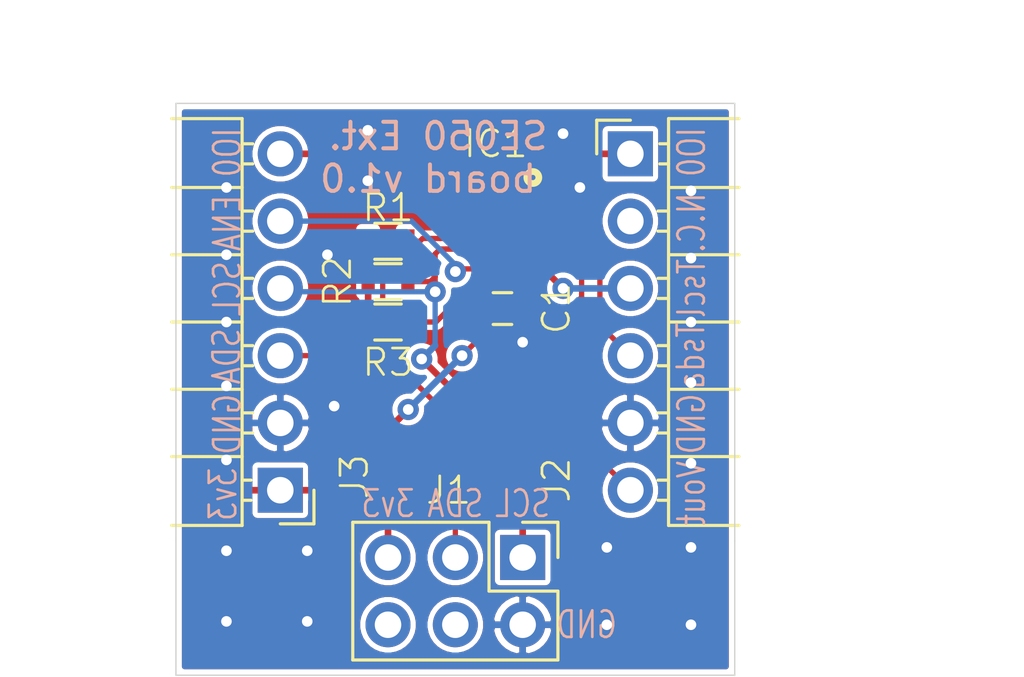
<source format=kicad_pcb>
(kicad_pcb (version 20171130) (host pcbnew "(5.1.5)-3")

  (general
    (thickness 1.6)
    (drawings 25)
    (tracks 123)
    (zones 0)
    (modules 8)
    (nets 21)
  )

  (page A4)
  (title_block
    (title "SE050 Breakout Board")
    (date 2020-09-22)
    (rev 1.0)
    (company "Security off-the-shelf")
    (comment 1 "Creative Commons CA-BY 4.0")
  )

  (layers
    (0 F.Cu signal)
    (31 B.Cu signal)
    (32 B.Adhes user)
    (33 F.Adhes user)
    (34 B.Paste user)
    (35 F.Paste user)
    (36 B.SilkS user)
    (37 F.SilkS user)
    (38 B.Mask user)
    (39 F.Mask user)
    (40 Dwgs.User user)
    (41 Cmts.User user)
    (42 Eco1.User user)
    (43 Eco2.User user)
    (44 Edge.Cuts user)
    (45 Margin user)
    (46 B.CrtYd user)
    (47 F.CrtYd user)
    (48 B.Fab user hide)
    (49 F.Fab user hide)
  )

  (setup
    (last_trace_width 0.25)
    (user_trace_width 0.2)
    (trace_clearance 0.2)
    (zone_clearance 0.2)
    (zone_45_only no)
    (trace_min 0.2)
    (via_size 0.8)
    (via_drill 0.4)
    (via_min_size 0.4)
    (via_min_drill 0.3)
    (user_via 0.6 0.35)
    (uvia_size 0.3)
    (uvia_drill 0.1)
    (uvias_allowed no)
    (uvia_min_size 0.2)
    (uvia_min_drill 0.1)
    (edge_width 0.05)
    (segment_width 0.2)
    (pcb_text_width 0.3)
    (pcb_text_size 1.5 1.5)
    (mod_edge_width 0.12)
    (mod_text_size 1 1)
    (mod_text_width 0.15)
    (pad_size 1.524 1.524)
    (pad_drill 0.762)
    (pad_to_mask_clearance 0.051)
    (solder_mask_min_width 0.25)
    (aux_axis_origin 123.317 80.645)
    (visible_elements 7FFFFFFF)
    (pcbplotparams
      (layerselection 0x010fc_ffffffff)
      (usegerberextensions true)
      (usegerberattributes false)
      (usegerberadvancedattributes false)
      (creategerberjobfile false)
      (excludeedgelayer true)
      (linewidth 0.100000)
      (plotframeref false)
      (viasonmask false)
      (mode 1)
      (useauxorigin false)
      (hpglpennumber 1)
      (hpglpenspeed 20)
      (hpglpendiameter 15.000000)
      (psnegative false)
      (psa4output false)
      (plotreference true)
      (plotvalue true)
      (plotinvisibletext false)
      (padsonsilk true)
      (subtractmaskfromsilk false)
      (outputformat 1)
      (mirror false)
      (drillshape 0)
      (scaleselection 1)
      (outputdirectory "gerber/"))
  )

  (net 0 "")
  (net 1 +3V3)
  (net 2 GND)
  (net 3 "Net-(IC1-Pad2)")
  (net 4 "Net-(IC1-Pad4)")
  (net 5 "Net-(IC1-Pad5)")
  (net 6 "Net-(IC1-Pad6)")
  (net 7 "Net-(IC1-Pad7)")
  (net 8 "Net-(IC1-Pad8)")
  (net 9 /SDA)
  (net 10 /SCL)
  (net 11 /ENA)
  (net 12 "Net-(IC1-Pad13)")
  (net 13 /VOUT)
  (net 14 /TRUSTED_SCL)
  (net 15 "Net-(IC1-Pad20)")
  (net 16 "Net-(J1-Pad4)")
  (net 17 /TRUSTED_SDA)
  (net 18 "Net-(J2-Pad2)")
  (net 19 /INT)
  (net 20 "Net-(J1-Pad6)")

  (net_class Default "Ceci est la Netclass par défaut."
    (clearance 0.2)
    (trace_width 0.25)
    (via_dia 0.8)
    (via_drill 0.4)
    (uvia_dia 0.3)
    (uvia_drill 0.1)
    (add_net +3V3)
    (add_net /ENA)
    (add_net /INT)
    (add_net /SCL)
    (add_net /SDA)
    (add_net /TRUSTED_SCL)
    (add_net /TRUSTED_SDA)
    (add_net /VOUT)
    (add_net GND)
    (add_net "Net-(IC1-Pad13)")
    (add_net "Net-(IC1-Pad2)")
    (add_net "Net-(IC1-Pad20)")
    (add_net "Net-(IC1-Pad4)")
    (add_net "Net-(IC1-Pad5)")
    (add_net "Net-(IC1-Pad6)")
    (add_net "Net-(IC1-Pad7)")
    (add_net "Net-(IC1-Pad8)")
    (add_net "Net-(J1-Pad4)")
    (add_net "Net-(J1-Pad6)")
    (add_net "Net-(J2-Pad2)")
  )

  (module Pmod_SE050:R_0603 (layer F.Cu) (tedit 58E0A804) (tstamp 5EC4F14C)
    (at 131.318 67.31)
    (descr "Resistor SMD 0603, reflow soldering, Vishay (see dcrcw.pdf)")
    (tags "resistor 0603")
    (path /5EC5E3E8)
    (attr smd)
    (fp_text reference R3 (at 0 1.524 180) (layer F.SilkS)
      (effects (font (size 1 1) (thickness 0.1)))
    )
    (fp_text value 10k (at 0 1.5 180) (layer F.Fab)
      (effects (font (size 1 1) (thickness 0.15)))
    )
    (fp_text user %R (at 0 0 180) (layer F.Fab)
      (effects (font (size 0.4 0.4) (thickness 0.075)))
    )
    (fp_line (start -0.8 0.4) (end -0.8 -0.4) (layer F.Fab) (width 0.1))
    (fp_line (start 0.8 0.4) (end -0.8 0.4) (layer F.Fab) (width 0.1))
    (fp_line (start 0.8 -0.4) (end 0.8 0.4) (layer F.Fab) (width 0.1))
    (fp_line (start -0.8 -0.4) (end 0.8 -0.4) (layer F.Fab) (width 0.1))
    (fp_line (start 0.5 0.68) (end -0.5 0.68) (layer F.SilkS) (width 0.12))
    (fp_line (start -0.5 -0.68) (end 0.5 -0.68) (layer F.SilkS) (width 0.12))
    (fp_line (start -1.25 -0.7) (end 1.25 -0.7) (layer F.CrtYd) (width 0.05))
    (fp_line (start -1.25 -0.7) (end -1.25 0.7) (layer F.CrtYd) (width 0.05))
    (fp_line (start 1.25 0.7) (end 1.25 -0.7) (layer F.CrtYd) (width 0.05))
    (fp_line (start 1.25 0.7) (end -1.25 0.7) (layer F.CrtYd) (width 0.05))
    (pad 1 smd rect (at -0.75 0) (size 0.5 0.9) (layers F.Cu F.Paste F.Mask)
      (net 1 +3V3))
    (pad 2 smd rect (at 0.75 0) (size 0.5 0.9) (layers F.Cu F.Paste F.Mask)
      (net 11 /ENA))
    (model ${KIPRJMOD}/shapes3D/R_0603.wrl
      (at (xyz 0 0 0))
      (scale (xyz 1 1 1))
      (rotate (xyz 0 0 0))
    )
  )

  (module Pmod_SE050:R_0603 (layer F.Cu) (tedit 58E0A804) (tstamp 5EC4F13B)
    (at 131.318 65.786)
    (descr "Resistor SMD 0603, reflow soldering, Vishay (see dcrcw.pdf)")
    (tags "resistor 0603")
    (path /5EC49B1F)
    (attr smd)
    (fp_text reference R2 (at -1.905 0 270) (layer F.SilkS)
      (effects (font (size 1 1) (thickness 0.1)))
    )
    (fp_text value 1.69k (at 0 1.5 180) (layer F.Fab)
      (effects (font (size 1 1) (thickness 0.15)))
    )
    (fp_text user %R (at 0 0 180) (layer F.Fab)
      (effects (font (size 0.4 0.4) (thickness 0.075)))
    )
    (fp_line (start -0.8 0.4) (end -0.8 -0.4) (layer F.Fab) (width 0.1))
    (fp_line (start 0.8 0.4) (end -0.8 0.4) (layer F.Fab) (width 0.1))
    (fp_line (start 0.8 -0.4) (end 0.8 0.4) (layer F.Fab) (width 0.1))
    (fp_line (start -0.8 -0.4) (end 0.8 -0.4) (layer F.Fab) (width 0.1))
    (fp_line (start 0.5 0.68) (end -0.5 0.68) (layer F.SilkS) (width 0.12))
    (fp_line (start -0.5 -0.68) (end 0.5 -0.68) (layer F.SilkS) (width 0.12))
    (fp_line (start -1.25 -0.7) (end 1.25 -0.7) (layer F.CrtYd) (width 0.05))
    (fp_line (start -1.25 -0.7) (end -1.25 0.7) (layer F.CrtYd) (width 0.05))
    (fp_line (start 1.25 0.7) (end 1.25 -0.7) (layer F.CrtYd) (width 0.05))
    (fp_line (start 1.25 0.7) (end -1.25 0.7) (layer F.CrtYd) (width 0.05))
    (pad 1 smd rect (at -0.75 0) (size 0.5 0.9) (layers F.Cu F.Paste F.Mask)
      (net 1 +3V3))
    (pad 2 smd rect (at 0.75 0) (size 0.5 0.9) (layers F.Cu F.Paste F.Mask)
      (net 10 /SCL))
    (model ${KIPRJMOD}/shapes3D/R_0603.wrl
      (at (xyz 0 0 0))
      (scale (xyz 1 1 1))
      (rotate (xyz 0 0 0))
    )
  )

  (module Pmod_SE050:R_0603 (layer F.Cu) (tedit 58E0A804) (tstamp 5EC4F12A)
    (at 131.318 64.262)
    (descr "Resistor SMD 0603, reflow soldering, Vishay (see dcrcw.pdf)")
    (tags "resistor 0603")
    (path /5EC48D0C)
    (attr smd)
    (fp_text reference R1 (at 0 -1.27 180) (layer F.SilkS)
      (effects (font (size 1 1) (thickness 0.1)))
    )
    (fp_text value 1.69k (at 0 1.5 180) (layer F.Fab)
      (effects (font (size 1 1) (thickness 0.15)))
    )
    (fp_text user %R (at 0 0 180) (layer F.Fab)
      (effects (font (size 0.4 0.4) (thickness 0.075)))
    )
    (fp_line (start -0.8 0.4) (end -0.8 -0.4) (layer F.Fab) (width 0.1))
    (fp_line (start 0.8 0.4) (end -0.8 0.4) (layer F.Fab) (width 0.1))
    (fp_line (start 0.8 -0.4) (end 0.8 0.4) (layer F.Fab) (width 0.1))
    (fp_line (start -0.8 -0.4) (end 0.8 -0.4) (layer F.Fab) (width 0.1))
    (fp_line (start 0.5 0.68) (end -0.5 0.68) (layer F.SilkS) (width 0.12))
    (fp_line (start -0.5 -0.68) (end 0.5 -0.68) (layer F.SilkS) (width 0.12))
    (fp_line (start -1.25 -0.7) (end 1.25 -0.7) (layer F.CrtYd) (width 0.05))
    (fp_line (start -1.25 -0.7) (end -1.25 0.7) (layer F.CrtYd) (width 0.05))
    (fp_line (start 1.25 0.7) (end 1.25 -0.7) (layer F.CrtYd) (width 0.05))
    (fp_line (start 1.25 0.7) (end -1.25 0.7) (layer F.CrtYd) (width 0.05))
    (pad 1 smd rect (at -0.75 0) (size 0.5 0.9) (layers F.Cu F.Paste F.Mask)
      (net 1 +3V3))
    (pad 2 smd rect (at 0.75 0) (size 0.5 0.9) (layers F.Cu F.Paste F.Mask)
      (net 9 /SDA))
    (model ${KIPRJMOD}/shapes3D/R_0603.wrl
      (at (xyz 0 0 0))
      (scale (xyz 1 1 1))
      (rotate (xyz 0 0 0))
    )
  )

  (module Pmod_SE050:PinHeader_1x06_P2.54mm_Horizontal (layer F.Cu) (tedit 5EC840A8) (tstamp 5EC5722D)
    (at 127.254 73.66 180)
    (descr "Through hole angled pin header, 1x06, 2.54mm pitch, 6mm pin length, single row")
    (tags "Through hole angled pin header THT 1x06 2.54mm single row")
    (path /5EC86391)
    (fp_text reference J3 (at -2.794 0.508 90) (layer F.SilkS)
      (effects (font (size 1 1) (thickness 0.1)))
    )
    (fp_text value Conn_01x06 (at 4.385 14.97) (layer F.Fab) hide
      (effects (font (size 1 1) (thickness 0.15)))
    )
    (fp_text user %R (at 2.77 6.35 90) (layer F.Fab)
      (effects (font (size 1 1) (thickness 0.15)))
    )
    (fp_line (start 10.55 -1.8) (end -1.8 -1.8) (layer F.CrtYd) (width 0.05))
    (fp_line (start 10.55 14.5) (end 10.55 -1.8) (layer F.CrtYd) (width 0.05))
    (fp_line (start -1.8 14.5) (end 10.55 14.5) (layer F.CrtYd) (width 0.05))
    (fp_line (start -1.8 -1.8) (end -1.8 14.5) (layer F.CrtYd) (width 0.05))
    (fp_line (start -1.27 -1.27) (end 0 -1.27) (layer F.SilkS) (width 0.12))
    (fp_line (start -1.27 0) (end -1.27 -1.27) (layer F.SilkS) (width 0.12))
    (fp_line (start 1.042929 13.08) (end 1.44 13.08) (layer F.SilkS) (width 0.12))
    (fp_line (start 1.042929 12.32) (end 1.44 12.32) (layer F.SilkS) (width 0.12))
    (fp_line (start 1.44 11.43) (end 4.1 11.43) (layer F.SilkS) (width 0.12))
    (fp_line (start 1.042929 10.54) (end 1.44 10.54) (layer F.SilkS) (width 0.12))
    (fp_line (start 1.042929 9.78) (end 1.44 9.78) (layer F.SilkS) (width 0.12))
    (fp_line (start 1.44 8.89) (end 4.1 8.89) (layer F.SilkS) (width 0.12))
    (fp_line (start 1.042929 8) (end 1.44 8) (layer F.SilkS) (width 0.12))
    (fp_line (start 1.042929 7.24) (end 1.44 7.24) (layer F.SilkS) (width 0.12))
    (fp_line (start 1.44 6.35) (end 4.1 6.35) (layer F.SilkS) (width 0.12))
    (fp_line (start 1.042929 5.46) (end 1.44 5.46) (layer F.SilkS) (width 0.12))
    (fp_line (start 1.042929 4.7) (end 1.44 4.7) (layer F.SilkS) (width 0.12))
    (fp_line (start 1.44 3.81) (end 4.1 3.81) (layer F.SilkS) (width 0.12))
    (fp_line (start 1.042929 2.92) (end 1.44 2.92) (layer F.SilkS) (width 0.12))
    (fp_line (start 1.042929 2.16) (end 1.44 2.16) (layer F.SilkS) (width 0.12))
    (fp_line (start 1.44 1.27) (end 4.1 1.27) (layer F.SilkS) (width 0.12))
    (fp_line (start 1.11 0.38) (end 1.44 0.38) (layer F.SilkS) (width 0.12))
    (fp_line (start 1.11 -0.38) (end 1.44 -0.38) (layer F.SilkS) (width 0.12))
    (fp_line (start 4.1 -1.33) (end 1.44 -1.33) (layer F.SilkS) (width 0.12))
    (fp_line (start 1.44 14.03) (end 4.1 14.03) (layer F.SilkS) (width 0.12))
    (fp_line (start 1.44 -1.33) (end 1.44 14.03) (layer F.SilkS) (width 0.12))
    (fp_line (start -0.32 13.02) (end 1.5 13.02) (layer F.Fab) (width 0.1))
    (fp_line (start -0.32 12.38) (end -0.32 13.02) (layer F.Fab) (width 0.1))
    (fp_line (start -0.32 12.38) (end 1.5 12.38) (layer F.Fab) (width 0.1))
    (fp_line (start -0.32 10.48) (end 1.5 10.48) (layer F.Fab) (width 0.1))
    (fp_line (start -0.32 9.84) (end -0.32 10.48) (layer F.Fab) (width 0.1))
    (fp_line (start -0.32 9.84) (end 1.5 9.84) (layer F.Fab) (width 0.1))
    (fp_line (start -0.32 7.94) (end 1.5 7.94) (layer F.Fab) (width 0.1))
    (fp_line (start -0.32 7.3) (end -0.32 7.94) (layer F.Fab) (width 0.1))
    (fp_line (start -0.32 7.3) (end 1.5 7.3) (layer F.Fab) (width 0.1))
    (fp_line (start -0.32 5.4) (end 1.5 5.4) (layer F.Fab) (width 0.1))
    (fp_line (start -0.32 4.76) (end -0.32 5.4) (layer F.Fab) (width 0.1))
    (fp_line (start -0.32 4.76) (end 1.5 4.76) (layer F.Fab) (width 0.1))
    (fp_line (start -0.32 2.86) (end 1.5 2.86) (layer F.Fab) (width 0.1))
    (fp_line (start -0.32 2.22) (end -0.32 2.86) (layer F.Fab) (width 0.1))
    (fp_line (start -0.32 2.22) (end 1.5 2.22) (layer F.Fab) (width 0.1))
    (fp_line (start -0.32 0.32) (end 1.5 0.32) (layer F.Fab) (width 0.1))
    (fp_line (start -0.32 -0.32) (end -0.32 0.32) (layer F.Fab) (width 0.1))
    (fp_line (start -0.32 -0.32) (end 1.5 -0.32) (layer F.Fab) (width 0.1))
    (fp_line (start 1.5 -0.635) (end 2.135 -1.27) (layer F.Fab) (width 0.1))
    (fp_line (start 1.5 13.97) (end 1.5 -0.635) (layer F.Fab) (width 0.1))
    (fp_line (start 4.04 13.97) (end 1.5 13.97) (layer F.Fab) (width 0.1))
    (fp_line (start 2.135 -1.27) (end 4.04 -1.27) (layer F.Fab) (width 0.1))
    (pad 6 thru_hole oval (at 0 12.7 180) (size 1.7 1.7) (drill 1) (layers *.Cu *.Mask)
      (net 19 /INT))
    (pad 5 thru_hole oval (at 0 10.16 180) (size 1.7 1.7) (drill 1) (layers *.Cu *.Mask)
      (net 11 /ENA))
    (pad 4 thru_hole oval (at 0 7.62 180) (size 1.7 1.7) (drill 1) (layers *.Cu *.Mask)
      (net 10 /SCL))
    (pad 3 thru_hole oval (at 0 5.08 180) (size 1.7 1.7) (drill 1) (layers *.Cu *.Mask)
      (net 9 /SDA))
    (pad 2 thru_hole oval (at 0 2.54 180) (size 1.7 1.7) (drill 1) (layers *.Cu *.Mask)
      (net 2 GND))
    (pad 1 thru_hole rect (at 0 0 180) (size 1.7 1.7) (drill 1) (layers *.Cu *.Mask)
      (net 1 +3V3))
    (model ${KIPRJMOD}/shapes3D/PinHeader_1x06_P2.54mm_Horizontal.wrl
      (at (xyz 0 0 0))
      (scale (xyz 1 1 1))
      (rotate (xyz 0 0 0))
    )
  )

  (module Pmod_SE050:PinHeader_1x06_P2.54mm_Horizontal (layer F.Cu) (tedit 5EC840A8) (tstamp 5EC4F0B2)
    (at 140.462 60.96)
    (descr "Through hole angled pin header, 1x06, 2.54mm pitch, 6mm pin length, single row")
    (tags "Through hole angled pin header THT 1x06 2.54mm single row")
    (path /5EC76090)
    (fp_text reference J2 (at -2.794 12.319 90) (layer F.SilkS)
      (effects (font (size 1 1) (thickness 0.1)))
    )
    (fp_text value Conn_01x06 (at 4.385 14.97) (layer F.Fab) hide
      (effects (font (size 1 1) (thickness 0.15)))
    )
    (fp_text user %R (at 2.77 6.35 90) (layer F.Fab)
      (effects (font (size 1 1) (thickness 0.15)))
    )
    (fp_line (start 10.55 -1.8) (end -1.8 -1.8) (layer F.CrtYd) (width 0.05))
    (fp_line (start 10.55 14.5) (end 10.55 -1.8) (layer F.CrtYd) (width 0.05))
    (fp_line (start -1.8 14.5) (end 10.55 14.5) (layer F.CrtYd) (width 0.05))
    (fp_line (start -1.8 -1.8) (end -1.8 14.5) (layer F.CrtYd) (width 0.05))
    (fp_line (start -1.27 -1.27) (end 0 -1.27) (layer F.SilkS) (width 0.12))
    (fp_line (start -1.27 0) (end -1.27 -1.27) (layer F.SilkS) (width 0.12))
    (fp_line (start 1.042929 13.08) (end 1.44 13.08) (layer F.SilkS) (width 0.12))
    (fp_line (start 1.042929 12.32) (end 1.44 12.32) (layer F.SilkS) (width 0.12))
    (fp_line (start 1.44 11.43) (end 4.1 11.43) (layer F.SilkS) (width 0.12))
    (fp_line (start 1.042929 10.54) (end 1.44 10.54) (layer F.SilkS) (width 0.12))
    (fp_line (start 1.042929 9.78) (end 1.44 9.78) (layer F.SilkS) (width 0.12))
    (fp_line (start 1.44 8.89) (end 4.1 8.89) (layer F.SilkS) (width 0.12))
    (fp_line (start 1.042929 8) (end 1.44 8) (layer F.SilkS) (width 0.12))
    (fp_line (start 1.042929 7.24) (end 1.44 7.24) (layer F.SilkS) (width 0.12))
    (fp_line (start 1.44 6.35) (end 4.1 6.35) (layer F.SilkS) (width 0.12))
    (fp_line (start 1.042929 5.46) (end 1.44 5.46) (layer F.SilkS) (width 0.12))
    (fp_line (start 1.042929 4.7) (end 1.44 4.7) (layer F.SilkS) (width 0.12))
    (fp_line (start 1.44 3.81) (end 4.1 3.81) (layer F.SilkS) (width 0.12))
    (fp_line (start 1.042929 2.92) (end 1.44 2.92) (layer F.SilkS) (width 0.12))
    (fp_line (start 1.042929 2.16) (end 1.44 2.16) (layer F.SilkS) (width 0.12))
    (fp_line (start 1.44 1.27) (end 4.1 1.27) (layer F.SilkS) (width 0.12))
    (fp_line (start 1.11 0.38) (end 1.44 0.38) (layer F.SilkS) (width 0.12))
    (fp_line (start 1.11 -0.38) (end 1.44 -0.38) (layer F.SilkS) (width 0.12))
    (fp_line (start 4.1 -1.33) (end 1.44 -1.33) (layer F.SilkS) (width 0.12))
    (fp_line (start 1.44 14.03) (end 4.1 14.03) (layer F.SilkS) (width 0.12))
    (fp_line (start 1.44 -1.33) (end 1.44 14.03) (layer F.SilkS) (width 0.12))
    (fp_line (start -0.32 13.02) (end 1.5 13.02) (layer F.Fab) (width 0.1))
    (fp_line (start -0.32 12.38) (end -0.32 13.02) (layer F.Fab) (width 0.1))
    (fp_line (start -0.32 12.38) (end 1.5 12.38) (layer F.Fab) (width 0.1))
    (fp_line (start -0.32 10.48) (end 1.5 10.48) (layer F.Fab) (width 0.1))
    (fp_line (start -0.32 9.84) (end -0.32 10.48) (layer F.Fab) (width 0.1))
    (fp_line (start -0.32 9.84) (end 1.5 9.84) (layer F.Fab) (width 0.1))
    (fp_line (start -0.32 7.94) (end 1.5 7.94) (layer F.Fab) (width 0.1))
    (fp_line (start -0.32 7.3) (end -0.32 7.94) (layer F.Fab) (width 0.1))
    (fp_line (start -0.32 7.3) (end 1.5 7.3) (layer F.Fab) (width 0.1))
    (fp_line (start -0.32 5.4) (end 1.5 5.4) (layer F.Fab) (width 0.1))
    (fp_line (start -0.32 4.76) (end -0.32 5.4) (layer F.Fab) (width 0.1))
    (fp_line (start -0.32 4.76) (end 1.5 4.76) (layer F.Fab) (width 0.1))
    (fp_line (start -0.32 2.86) (end 1.5 2.86) (layer F.Fab) (width 0.1))
    (fp_line (start -0.32 2.22) (end -0.32 2.86) (layer F.Fab) (width 0.1))
    (fp_line (start -0.32 2.22) (end 1.5 2.22) (layer F.Fab) (width 0.1))
    (fp_line (start -0.32 0.32) (end 1.5 0.32) (layer F.Fab) (width 0.1))
    (fp_line (start -0.32 -0.32) (end -0.32 0.32) (layer F.Fab) (width 0.1))
    (fp_line (start -0.32 -0.32) (end 1.5 -0.32) (layer F.Fab) (width 0.1))
    (fp_line (start 1.5 -0.635) (end 2.135 -1.27) (layer F.Fab) (width 0.1))
    (fp_line (start 1.5 13.97) (end 1.5 -0.635) (layer F.Fab) (width 0.1))
    (fp_line (start 4.04 13.97) (end 1.5 13.97) (layer F.Fab) (width 0.1))
    (fp_line (start 2.135 -1.27) (end 4.04 -1.27) (layer F.Fab) (width 0.1))
    (pad 6 thru_hole oval (at 0 12.7) (size 1.7 1.7) (drill 1) (layers *.Cu *.Mask)
      (net 13 /VOUT))
    (pad 5 thru_hole oval (at 0 10.16) (size 1.7 1.7) (drill 1) (layers *.Cu *.Mask)
      (net 2 GND))
    (pad 4 thru_hole oval (at 0 7.62) (size 1.7 1.7) (drill 1) (layers *.Cu *.Mask)
      (net 17 /TRUSTED_SDA))
    (pad 3 thru_hole oval (at 0 5.08) (size 1.7 1.7) (drill 1) (layers *.Cu *.Mask)
      (net 14 /TRUSTED_SCL))
    (pad 2 thru_hole oval (at 0 2.54) (size 1.7 1.7) (drill 1) (layers *.Cu *.Mask)
      (net 18 "Net-(J2-Pad2)"))
    (pad 1 thru_hole rect (at 0 0) (size 1.7 1.7) (drill 1) (layers *.Cu *.Mask)
      (net 19 /INT))
    (model ${KIPRJMOD}/shapes3D/PinHeader_1x06_P2.54mm_Horizontal.wrl
      (at (xyz 0 0 0))
      (scale (xyz 1 1 1))
      (rotate (xyz 0 0 0))
    )
  )

  (module Pmod_SE050:PinHeader_2x03_P2.54mm_Vertical (layer F.Cu) (tedit 59FED5CC) (tstamp 5EC8381C)
    (at 136.398 76.2 270)
    (descr "Through hole straight pin header, 2x03, 2.54mm pitch, double rows")
    (tags "Through hole pin header THT 2x03 2.54mm double row")
    (path /5EC8F6D7)
    (fp_text reference J1 (at -2.54 2.794 180) (layer F.SilkS)
      (effects (font (size 1 1) (thickness 0.1)))
    )
    (fp_text value Conn_02x03_Odd_Even (at 6.604 2.794 180) (layer F.Fab) hide
      (effects (font (size 1 1) (thickness 0.15)))
    )
    (fp_text user %R (at 1.27 2.54) (layer F.Fab)
      (effects (font (size 1 1) (thickness 0.15)))
    )
    (fp_line (start 4.35 -1.8) (end -1.8 -1.8) (layer F.CrtYd) (width 0.05))
    (fp_line (start 4.35 6.85) (end 4.35 -1.8) (layer F.CrtYd) (width 0.05))
    (fp_line (start -1.8 6.85) (end 4.35 6.85) (layer F.CrtYd) (width 0.05))
    (fp_line (start -1.8 -1.8) (end -1.8 6.85) (layer F.CrtYd) (width 0.05))
    (fp_line (start -1.33 -1.33) (end 0 -1.33) (layer F.SilkS) (width 0.12))
    (fp_line (start -1.33 0) (end -1.33 -1.33) (layer F.SilkS) (width 0.12))
    (fp_line (start 1.27 -1.33) (end 3.87 -1.33) (layer F.SilkS) (width 0.12))
    (fp_line (start 1.27 1.27) (end 1.27 -1.33) (layer F.SilkS) (width 0.12))
    (fp_line (start -1.33 1.27) (end 1.27 1.27) (layer F.SilkS) (width 0.12))
    (fp_line (start 3.87 -1.33) (end 3.87 6.41) (layer F.SilkS) (width 0.12))
    (fp_line (start -1.33 1.27) (end -1.33 6.41) (layer F.SilkS) (width 0.12))
    (fp_line (start -1.33 6.41) (end 3.87 6.41) (layer F.SilkS) (width 0.12))
    (fp_line (start -1.27 0) (end 0 -1.27) (layer F.Fab) (width 0.1))
    (fp_line (start -1.27 6.35) (end -1.27 0) (layer F.Fab) (width 0.1))
    (fp_line (start 3.81 6.35) (end -1.27 6.35) (layer F.Fab) (width 0.1))
    (fp_line (start 3.81 -1.27) (end 3.81 6.35) (layer F.Fab) (width 0.1))
    (fp_line (start 0 -1.27) (end 3.81 -1.27) (layer F.Fab) (width 0.1))
    (pad 6 thru_hole oval (at 2.54 5.08 270) (size 1.7 1.7) (drill 1) (layers *.Cu *.Mask)
      (net 20 "Net-(J1-Pad6)"))
    (pad 5 thru_hole oval (at 0 5.08 270) (size 1.7 1.7) (drill 1) (layers *.Cu *.Mask)
      (net 1 +3V3))
    (pad 4 thru_hole oval (at 2.54 2.54 270) (size 1.7 1.7) (drill 1) (layers *.Cu *.Mask)
      (net 16 "Net-(J1-Pad4)"))
    (pad 3 thru_hole oval (at 0 2.54 270) (size 1.7 1.7) (drill 1) (layers *.Cu *.Mask)
      (net 9 /SDA))
    (pad 2 thru_hole oval (at 2.54 0 270) (size 1.7 1.7) (drill 1) (layers *.Cu *.Mask)
      (net 2 GND))
    (pad 1 thru_hole rect (at 0 0 270) (size 1.7 1.7) (drill 1) (layers *.Cu *.Mask)
      (net 10 /SCL))
    (model ${KIPRJMOD}/shapes3D/PinHeader_2x03_P2.54mm_Vertical.wrl
      (at (xyz 0 0 0))
      (scale (xyz 1 1 1))
      (rotate (xyz 0 0 0))
    )
  )

  (module Pmod_SE050:QFN40P300X300X33-21N-D (layer F.Cu) (tedit 5DDA9560) (tstamp 5EC4F02F)
    (at 135.382 63.754 270)
    (descr HX2QFN20)
    (tags "Integrated Circuit")
    (path /5EC45305)
    (attr smd)
    (fp_text reference IC1 (at -3.175 0) (layer F.SilkS)
      (effects (font (size 1 1) (thickness 0.1)))
    )
    (fp_text value SE050C1HQ1_Z01SCZ (at 0 0 90) (layer F.Fab) hide
      (effects (font (size 1.27 1.27) (thickness 0.254)))
    )
    (fp_line (start -2.125 -2.125) (end 2.125 -2.125) (layer Dwgs.User) (width 0.05))
    (fp_line (start 2.125 -2.125) (end 2.125 2.125) (layer Dwgs.User) (width 0.05))
    (fp_line (start 2.125 2.125) (end -2.125 2.125) (layer Dwgs.User) (width 0.05))
    (fp_line (start -2.125 2.125) (end -2.125 -2.125) (layer Dwgs.User) (width 0.05))
    (fp_line (start -1.5 -1.5) (end 1.5 -1.5) (layer Dwgs.User) (width 0.1))
    (fp_line (start 1.5 -1.5) (end 1.5 1.5) (layer Dwgs.User) (width 0.1))
    (fp_line (start 1.5 1.5) (end -1.5 1.5) (layer Dwgs.User) (width 0.1))
    (fp_line (start -1.5 1.5) (end -1.5 -1.5) (layer Dwgs.User) (width 0.1))
    (fp_line (start -1.5 -1.1) (end -1.1 -1.5) (layer Dwgs.User) (width 0.1))
    (fp_circle (center -1.9 -1.4) (end -1.8 -1.4) (layer F.SilkS) (width 0.254))
    (pad 1 smd rect (at -1.55 -0.8) (size 0.2 0.7) (layers F.Cu F.Paste F.Mask)
      (net 2 GND))
    (pad 2 smd rect (at -1.55 -0.4) (size 0.2 0.7) (layers F.Cu F.Paste F.Mask)
      (net 3 "Net-(IC1-Pad2)"))
    (pad 3 smd rect (at -1.55 0) (size 0.2 0.7) (layers F.Cu F.Paste F.Mask)
      (net 17 /TRUSTED_SDA))
    (pad 4 smd rect (at -1.55 0.4) (size 0.2 0.7) (layers F.Cu F.Paste F.Mask)
      (net 4 "Net-(IC1-Pad4)"))
    (pad 5 smd rect (at -1.55 0.8) (size 0.2 0.7) (layers F.Cu F.Paste F.Mask)
      (net 5 "Net-(IC1-Pad5)"))
    (pad 6 smd rect (at -0.8 1.55 270) (size 0.2 0.7) (layers F.Cu F.Paste F.Mask)
      (net 6 "Net-(IC1-Pad6)"))
    (pad 7 smd rect (at -0.4 1.55 270) (size 0.2 0.7) (layers F.Cu F.Paste F.Mask)
      (net 7 "Net-(IC1-Pad7)"))
    (pad 8 smd rect (at 0 1.55 270) (size 0.2 0.7) (layers F.Cu F.Paste F.Mask)
      (net 8 "Net-(IC1-Pad8)"))
    (pad 9 smd rect (at 0.4 1.55 270) (size 0.2 0.7) (layers F.Cu F.Paste F.Mask)
      (net 9 /SDA))
    (pad 10 smd rect (at 0.8 1.55 270) (size 0.2 0.7) (layers F.Cu F.Paste F.Mask)
      (net 10 /SCL))
    (pad 11 smd rect (at 1.55 0.8) (size 0.2 0.7) (layers F.Cu F.Paste F.Mask)
      (net 11 /ENA))
    (pad 12 smd rect (at 1.55 0.4) (size 0.2 0.7) (layers F.Cu F.Paste F.Mask)
      (net 1 +3V3))
    (pad 13 smd rect (at 1.55 0) (size 0.2 0.7) (layers F.Cu F.Paste F.Mask)
      (net 12 "Net-(IC1-Pad13)"))
    (pad 14 smd rect (at 1.55 -0.4) (size 0.2 0.7) (layers F.Cu F.Paste F.Mask)
      (net 2 GND))
    (pad 15 smd rect (at 1.55 -0.8) (size 0.2 0.7) (layers F.Cu F.Paste F.Mask)
      (net 13 /VOUT))
    (pad 16 smd rect (at 0.8 -1.55 270) (size 0.2 0.7) (layers F.Cu F.Paste F.Mask)
      (net 14 /TRUSTED_SCL))
    (pad 17 smd rect (at 0.4 -1.55 270) (size 0.2 0.7) (layers F.Cu F.Paste F.Mask)
      (net 2 GND))
    (pad 18 smd rect (at 0 -1.55 270) (size 0.2 0.7) (layers F.Cu F.Paste F.Mask)
      (net 13 /VOUT))
    (pad 19 smd rect (at -0.4 -1.55 270) (size 0.2 0.7) (layers F.Cu F.Paste F.Mask)
      (net 2 GND))
    (pad 20 smd rect (at -0.8 -1.55 270) (size 0.2 0.7) (layers F.Cu F.Paste F.Mask)
      (net 15 "Net-(IC1-Pad20)"))
    (pad 21 smd rect (at 0 0 270) (size 1.95 1.95) (layers F.Cu F.Paste F.Mask)
      (net 2 GND))
  )

  (module Pmod_SE050:C_0603 (layer F.Cu) (tedit 59958EE7) (tstamp 5EC4F00C)
    (at 135.636 66.802 180)
    (descr "Capacitor SMD 0603, reflow soldering, AVX (see smccp.pdf)")
    (tags "capacitor 0603")
    (path /5EC4DD24)
    (attr smd)
    (fp_text reference C1 (at -2.032 0 270) (layer F.SilkS)
      (effects (font (size 1 1) (thickness 0.1)))
    )
    (fp_text value 100nF (at 0 -1.524 180) (layer F.Fab)
      (effects (font (size 1 1) (thickness 0.15)))
    )
    (fp_line (start 1.4 0.65) (end -1.4 0.65) (layer F.CrtYd) (width 0.05))
    (fp_line (start 1.4 0.65) (end 1.4 -0.65) (layer F.CrtYd) (width 0.05))
    (fp_line (start -1.4 -0.65) (end -1.4 0.65) (layer F.CrtYd) (width 0.05))
    (fp_line (start -1.4 -0.65) (end 1.4 -0.65) (layer F.CrtYd) (width 0.05))
    (fp_line (start 0.35 0.6) (end -0.35 0.6) (layer F.SilkS) (width 0.12))
    (fp_line (start -0.35 -0.6) (end 0.35 -0.6) (layer F.SilkS) (width 0.12))
    (fp_line (start -0.8 -0.4) (end 0.8 -0.4) (layer F.Fab) (width 0.1))
    (fp_line (start 0.8 -0.4) (end 0.8 0.4) (layer F.Fab) (width 0.1))
    (fp_line (start 0.8 0.4) (end -0.8 0.4) (layer F.Fab) (width 0.1))
    (fp_line (start -0.8 0.4) (end -0.8 -0.4) (layer F.Fab) (width 0.1))
    (fp_text user %R (at 0 0 180) (layer F.Fab)
      (effects (font (size 0.3 0.3) (thickness 0.075)))
    )
    (pad 2 smd rect (at 0.75 0 180) (size 0.8 0.75) (layers F.Cu F.Paste F.Mask)
      (net 1 +3V3))
    (pad 1 smd rect (at -0.75 0 180) (size 0.8 0.75) (layers F.Cu F.Paste F.Mask)
      (net 2 GND))
    (model ${KIPRJMOD}/shapes3D/C_0603.wrl
      (at (xyz 0 0 0))
      (scale (xyz 1 1 1))
      (rotate (xyz 0 0 0))
    )
  )

  (gr_text GND (at 138.811 78.74) (layer B.SilkS) (tstamp 5EC83AB6)
    (effects (font (size 1 0.75) (thickness 0.1)) (justify mirror))
  )
  (gr_text SCL (at 136.398 74.168) (layer B.SilkS) (tstamp 5EC83AB1)
    (effects (font (size 1 0.75) (thickness 0.1)) (justify mirror))
  )
  (gr_text SDA (at 133.858 74.168) (layer B.SilkS) (tstamp 5EC83AAD)
    (effects (font (size 1 0.75) (thickness 0.1)) (justify mirror))
  )
  (gr_text "3v3\n" (at 131.318 74.168) (layer B.SilkS) (tstamp 5EC83A9F)
    (effects (font (size 1 0.75) (thickness 0.1)) (justify mirror))
  )
  (dimension 21.59 (width 0.15) (layer Dwgs.User)
    (gr_text "21,590 mm" (at 153.954 69.85 270) (layer Dwgs.User)
      (effects (font (size 1 1) (thickness 0.15)))
    )
    (feature1 (pts (xy 144.399 80.645) (xy 153.240421 80.645)))
    (feature2 (pts (xy 144.399 59.055) (xy 153.240421 59.055)))
    (crossbar (pts (xy 152.654 59.055) (xy 152.654 80.645)))
    (arrow1a (pts (xy 152.654 80.645) (xy 152.067579 79.518496)))
    (arrow1b (pts (xy 152.654 80.645) (xy 153.240421 79.518496)))
    (arrow2a (pts (xy 152.654 59.055) (xy 152.067579 60.181504)))
    (arrow2b (pts (xy 152.654 59.055) (xy 153.240421 60.181504)))
  )
  (dimension 21.082 (width 0.15) (layer Dwgs.User)
    (gr_text "21,082 mm" (at 133.858 55.85) (layer Dwgs.User)
      (effects (font (size 1 1) (thickness 0.15)))
    )
    (feature1 (pts (xy 144.399 59.055) (xy 144.399 56.563579)))
    (feature2 (pts (xy 123.317 59.055) (xy 123.317 56.563579)))
    (crossbar (pts (xy 123.317 57.15) (xy 144.399 57.15)))
    (arrow1a (pts (xy 144.399 57.15) (xy 143.272496 57.736421)))
    (arrow1b (pts (xy 144.399 57.15) (xy 143.272496 56.563579)))
    (arrow2a (pts (xy 123.317 57.15) (xy 124.443504 57.736421)))
    (arrow2b (pts (xy 123.317 57.15) (xy 124.443504 56.563579)))
  )
  (gr_line (start 144.399 75.565) (end 144.399 80.645) (layer Edge.Cuts) (width 0.05))
  (gr_line (start 123.317 80.645) (end 144.399 80.645) (layer Edge.Cuts) (width 0.05))
  (gr_line (start 123.317 75.565) (end 123.317 80.645) (layer Edge.Cuts) (width 0.05))
  (gr_text "SE050 Ext. \nboard v1.0" (at 132.8293 61.0997) (layer B.SilkS)
    (effects (font (size 1 1) (thickness 0.15)) (justify mirror))
  )
  (gr_text "GND\n" (at 142.7734 71.1581 90) (layer B.SilkS) (tstamp 5EC7CAC9)
    (effects (font (size 1 0.75) (thickness 0.1)) (justify mirror))
  )
  (gr_text Vout (at 142.7734 73.7743 90) (layer B.SilkS) (tstamp 5EC7CAC8)
    (effects (font (size 1 0.75) (thickness 0.1)) (justify mirror))
  )
  (gr_text IO0 (at 142.7734 60.8965 90) (layer B.SilkS) (tstamp 5EC7CAC7)
    (effects (font (size 1 0.75) (thickness 0.1)) (justify mirror))
  )
  (gr_text N.C. (at 142.7734 63.5635 90) (layer B.SilkS) (tstamp 5EC7CAC6)
    (effects (font (size 1 0.75) (thickness 0.1)) (justify mirror))
  )
  (gr_text Tscl (at 142.7734 66.04 90) (layer B.SilkS) (tstamp 5EC7CAC5)
    (effects (font (size 1 0.75) (thickness 0.1)) (justify mirror))
  )
  (gr_text Tsda (at 142.748 68.5927 90) (layer B.SilkS) (tstamp 5EC7CAC4)
    (effects (font (size 1 0.75) (thickness 0.1)) (justify mirror))
  )
  (gr_text IO0 (at 125.2601 60.9092 90) (layer B.SilkS) (tstamp 5EC7CA92)
    (effects (font (size 1 0.75) (thickness 0.1)) (justify mirror))
  )
  (gr_text ENA (at 125.2601 63.5762 90) (layer B.SilkS) (tstamp 5EC7CA89)
    (effects (font (size 1 0.75) (thickness 0.1)) (justify mirror))
  )
  (gr_text SCL (at 125.2601 66.0527 90) (layer B.SilkS)
    (effects (font (size 1 0.75) (thickness 0.1)) (justify mirror))
  )
  (gr_text SDA (at 125.2347 68.6054 90) (layer B.SilkS)
    (effects (font (size 1 0.75) (thickness 0.1)) (justify mirror))
  )
  (gr_text "GND\n" (at 125.2601 71.1708 90) (layer B.SilkS)
    (effects (font (size 1 0.75) (thickness 0.1)) (justify mirror))
  )
  (gr_text "3v3\n" (at 125.095 73.8124 90) (layer B.SilkS)
    (effects (font (size 1 0.75) (thickness 0.1)) (justify mirror))
  )
  (gr_line (start 144.399 59.055) (end 144.399 75.565) (layer Edge.Cuts) (width 0.05))
  (gr_line (start 123.317 59.055) (end 144.399 59.055) (layer Edge.Cuts) (width 0.05))
  (gr_line (start 123.317 75.565) (end 123.317 59.055) (layer Edge.Cuts) (width 0.05))

  (segment (start 130.568 65.786) (end 130.568 64.262) (width 0.25) (layer F.Cu) (net 1))
  (segment (start 130.568 67.31) (end 130.568 65.786) (width 0.25) (layer F.Cu) (net 1))
  (segment (start 134.982 65.304) (end 134.982 66.706) (width 0.2) (layer F.Cu) (net 1))
  (segment (start 134.982 66.706) (end 134.886 66.802) (width 0.2) (layer F.Cu) (net 1))
  (segment (start 134.886 66.802) (end 134.886 67.679) (width 0.25) (layer F.Cu) (net 1))
  (segment (start 126.154 73.66) (end 127.254 73.66) (width 0.25) (layer F.Cu) (net 1))
  (segment (start 126.078999 73.584999) (end 126.154 73.66) (width 0.25) (layer F.Cu) (net 1))
  (segment (start 126.078999 68.015999) (end 126.078999 73.584999) (width 0.25) (layer F.Cu) (net 1))
  (segment (start 126.784998 67.31) (end 126.078999 68.015999) (width 0.25) (layer F.Cu) (net 1))
  (segment (start 130.568 67.31) (end 126.784998 67.31) (width 0.25) (layer F.Cu) (net 1))
  (via (at 134.112 68.58) (size 0.8) (drill 0.4) (layers F.Cu B.Cu) (net 1))
  (segment (start 134.886 67.679) (end 134.886 67.806) (width 0.2) (layer F.Cu) (net 1))
  (segment (start 134.886 67.806) (end 134.112 68.58) (width 0.2) (layer F.Cu) (net 1))
  (via (at 132.08 70.612) (size 0.8) (drill 0.4) (layers F.Cu B.Cu) (net 1))
  (segment (start 134.112 68.58) (end 132.08 70.612) (width 0.25) (layer B.Cu) (net 1))
  (segment (start 129.032 73.66) (end 127.254 73.66) (width 0.25) (layer F.Cu) (net 1))
  (segment (start 132.08 70.612) (end 129.032 73.66) (width 0.25) (layer F.Cu) (net 1))
  (segment (start 131.318 71.374) (end 132.08 70.612) (width 0.25) (layer F.Cu) (net 1))
  (segment (start 131.318 76.2) (end 131.318 71.374) (width 0.25) (layer F.Cu) (net 1))
  (via (at 136.398 68.072) (size 0.8) (drill 0.4) (layers F.Cu B.Cu) (net 2))
  (segment (start 136.182 62.954) (end 135.382 63.754) (width 0.2) (layer F.Cu) (net 2))
  (segment (start 136.182 62.204) (end 136.182 62.954) (width 0.2) (layer F.Cu) (net 2))
  (segment (start 135.782 63.354) (end 135.382 63.754) (width 0.2) (layer F.Cu) (net 2))
  (segment (start 136.932 63.354) (end 135.782 63.354) (width 0.2) (layer F.Cu) (net 2) (tstamp 5EC59128))
  (segment (start 135.782 65.304) (end 135.782 64.154) (width 0.2) (layer F.Cu) (net 2))
  (segment (start 135.782 65.854) (end 135.782 65.304) (width 0.2) (layer F.Cu) (net 2))
  (segment (start 135.782 66.798) (end 135.782 65.854) (width 0.2) (layer F.Cu) (net 2))
  (segment (start 135.786 66.802) (end 135.782 66.798) (width 0.2) (layer F.Cu) (net 2))
  (segment (start 136.386 66.802) (end 135.786 66.802) (width 0.2) (layer F.Cu) (net 2))
  (segment (start 136.398 66.814) (end 136.386 66.802) (width 0.25) (layer F.Cu) (net 2))
  (segment (start 136.398 68.072) (end 136.398 66.814) (width 0.25) (layer F.Cu) (net 2))
  (via (at 130.556 61.976) (size 0.8) (drill 0.4) (layers F.Cu B.Cu) (net 2))
  (via (at 137.922 60.198) (size 0.8) (drill 0.4) (layers F.Cu B.Cu) (net 2))
  (via (at 129.032 64.77) (size 0.8) (drill 0.4) (layers F.Cu B.Cu) (net 2))
  (via (at 125.222 62.23) (size 0.8) (drill 0.4) (layers F.Cu B.Cu) (net 2))
  (via (at 125.222 64.77) (size 0.8) (drill 0.4) (layers F.Cu B.Cu) (net 2))
  (via (at 125.222 67.31) (size 0.8) (drill 0.4) (layers F.Cu B.Cu) (net 2))
  (via (at 125.222 69.723) (size 0.8) (drill 0.4) (layers F.Cu B.Cu) (net 2))
  (via (at 125.222 72.517) (size 0.8) (drill 0.4) (layers F.Cu B.Cu) (net 2))
  (via (at 142.748 62.357) (size 0.8) (drill 0.4) (layers F.Cu B.Cu) (net 2))
  (via (at 142.748 64.897) (size 0.8) (drill 0.4) (layers F.Cu B.Cu) (net 2))
  (via (at 142.748 67.31) (size 0.8) (drill 0.4) (layers F.Cu B.Cu) (net 2))
  (via (at 142.748 69.596) (size 0.8) (drill 0.4) (layers F.Cu B.Cu) (net 2))
  (via (at 142.748 72.644) (size 0.8) (drill 0.4) (layers F.Cu B.Cu) (net 2))
  (via (at 130.556 60.071) (size 0.8) (drill 0.4) (layers F.Cu B.Cu) (net 2))
  (via (at 129.286 70.485) (size 0.8) (drill 0.4) (layers F.Cu B.Cu) (net 2))
  (via (at 138.557 62.23) (size 0.8) (drill 0.4) (layers F.Cu B.Cu) (net 2))
  (segment (start 135.782 64.154) (end 135.382 63.754) (width 0.2) (layer F.Cu) (net 2))
  (segment (start 136.932 64.154) (end 135.782 64.154) (width 0.2) (layer F.Cu) (net 2))
  (via (at 125.222 75.946) (size 0.8) (drill 0.4) (layers F.Cu B.Cu) (net 2))
  (via (at 125.222 78.613) (size 0.8) (drill 0.4) (layers F.Cu B.Cu) (net 2))
  (via (at 128.27 78.613) (size 0.8) (drill 0.4) (layers F.Cu B.Cu) (net 2))
  (via (at 128.27 75.946) (size 0.8) (drill 0.4) (layers F.Cu B.Cu) (net 2))
  (via (at 142.748 75.819) (size 0.8) (drill 0.4) (layers F.Cu B.Cu) (net 2))
  (via (at 142.748 78.74) (size 0.8) (drill 0.4) (layers F.Cu B.Cu) (net 2))
  (via (at 139.573 78.74) (size 0.8) (drill 0.4) (layers F.Cu B.Cu) (net 2))
  (via (at 139.573 75.819) (size 0.8) (drill 0.4) (layers F.Cu B.Cu) (net 2))
  (segment (start 132.068 64.262) (end 132.518 64.262) (width 0.2) (layer F.Cu) (net 9))
  (segment (start 132.518 64.262) (end 132.626 64.154) (width 0.2) (layer F.Cu) (net 9))
  (segment (start 133.282 64.154) (end 133.832 64.154) (width 0.2) (layer F.Cu) (net 9))
  (segment (start 132.626 64.154) (end 133.282 64.154) (width 0.2) (layer F.Cu) (net 9))
  (segment (start 127 68.58) (end 131.168002 68.58) (width 0.2) (layer F.Cu) (net 9))
  (segment (start 131.168002 68.58) (end 131.186999 68.561003) (width 0.2) (layer F.Cu) (net 9))
  (segment (start 131.318 68.58) (end 133.858 71.12) (width 0.2) (layer F.Cu) (net 9))
  (segment (start 131.168002 68.58) (end 131.318 68.58) (width 0.2) (layer F.Cu) (net 9))
  (segment (start 131.118001 68.529999) (end 131.168002 68.58) (width 0.2) (layer F.Cu) (net 9))
  (segment (start 131.118001 64.761999) (end 131.118001 68.529999) (width 0.2) (layer F.Cu) (net 9))
  (segment (start 131.618 64.262) (end 131.118001 64.761999) (width 0.2) (layer F.Cu) (net 9))
  (segment (start 132.068 64.262) (end 131.618 64.262) (width 0.2) (layer F.Cu) (net 9))
  (segment (start 133.858 71.12) (end 133.858 76.2) (width 0.2) (layer F.Cu) (net 9))
  (via (at 133.096 66.167) (size 0.8) (drill 0.4) (layers F.Cu B.Cu) (net 10))
  (segment (start 127.254 66.294) (end 127 66.04) (width 0.2) (layer B.Cu) (net 10))
  (segment (start 127.508 66.294) (end 127.254 66.04) (width 0.25) (layer B.Cu) (net 10))
  (segment (start 133.096 68.199) (end 132.588 68.707) (width 0.25) (layer B.Cu) (net 10))
  (segment (start 132.588 68.707) (end 132.588 68.707) (width 0.25) (layer F.Cu) (net 10))
  (via (at 132.588 68.707) (size 0.8) (drill 0.4) (layers F.Cu B.Cu) (net 10))
  (segment (start 132.068 65.768) (end 132.068 65.786) (width 0.2) (layer F.Cu) (net 10))
  (segment (start 133.096 64.74) (end 133.096 65.601315) (width 0.2) (layer F.Cu) (net 10))
  (segment (start 133.096 65.601315) (end 133.096 66.167) (width 0.2) (layer F.Cu) (net 10))
  (segment (start 133.282 64.554) (end 133.096 64.74) (width 0.2) (layer F.Cu) (net 10))
  (segment (start 133.832 64.554) (end 133.282 64.554) (width 0.2) (layer F.Cu) (net 10))
  (segment (start 132.911315 65.786) (end 132.068 65.786) (width 0.2) (layer F.Cu) (net 10))
  (segment (start 133.096 65.601315) (end 132.911315 65.786) (width 0.2) (layer F.Cu) (net 10))
  (segment (start 133.096 68.199) (end 133.096 66.167) (width 0.2) (layer B.Cu) (net 10))
  (segment (start 127.381 66.167) (end 127.254 66.04) (width 0.2) (layer B.Cu) (net 10))
  (segment (start 133.096 66.167) (end 127.381 66.167) (width 0.2) (layer B.Cu) (net 10))
  (segment (start 136.398 72.517) (end 136.398 76.2) (width 0.25) (layer F.Cu) (net 10))
  (segment (start 132.588 68.707) (end 136.398 72.517) (width 0.25) (layer F.Cu) (net 10))
  (via (at 133.858 65.405) (size 0.8) (drill 0.4) (layers F.Cu B.Cu) (net 11))
  (segment (start 132.518 67.31) (end 132.068 67.31) (width 0.2) (layer F.Cu) (net 11))
  (segment (start 134.582 65.304) (end 134.582 65.854) (width 0.2) (layer F.Cu) (net 11))
  (segment (start 133.126 67.31) (end 132.518 67.31) (width 0.2) (layer F.Cu) (net 11))
  (segment (start 134.254 66.182) (end 133.126 67.31) (width 0.2) (layer F.Cu) (net 11))
  (segment (start 134.582 65.854) (end 134.254 66.182) (width 0.2) (layer F.Cu) (net 11))
  (segment (start 133.858 65.151) (end 133.858 65.405) (width 0.2) (layer B.Cu) (net 11))
  (segment (start 127 63.5) (end 132.207 63.5) (width 0.2) (layer B.Cu) (net 11))
  (segment (start 132.207 63.5) (end 133.858 65.151) (width 0.2) (layer B.Cu) (net 11))
  (segment (start 133.959 65.304) (end 133.858 65.405) (width 0.2) (layer F.Cu) (net 11))
  (segment (start 134.582 65.304) (end 133.959 65.304) (width 0.2) (layer F.Cu) (net 11))
  (segment (start 136.182 65.304) (end 136.223998 65.304) (width 0.2) (layer F.Cu) (net 13))
  (segment (start 137.606001 66.740001) (end 136.182 65.316) (width 0.2) (layer F.Cu) (net 13))
  (segment (start 137.522001 63.753999) (end 138.622001 64.853999) (width 0.2) (layer F.Cu) (net 13))
  (segment (start 136.932 63.754) (end 137.522001 63.753999) (width 0.2) (layer F.Cu) (net 13))
  (segment (start 136.182 65.316) (end 136.182 65.304) (width 0.2) (layer F.Cu) (net 13))
  (segment (start 138.622001 64.853999) (end 138.622001 66.376001) (width 0.2) (layer F.Cu) (net 13))
  (segment (start 138.622001 66.376001) (end 138.258001 66.740001) (width 0.2) (layer F.Cu) (net 13))
  (segment (start 137.987001 71.185001) (end 138.986989 72.184989) (width 0.2) (layer F.Cu) (net 13))
  (segment (start 137.987001 66.740001) (end 137.987001 71.185001) (width 0.2) (layer F.Cu) (net 13))
  (segment (start 137.987001 66.740001) (end 137.606001 66.740001) (width 0.2) (layer F.Cu) (net 13))
  (segment (start 138.258001 66.740001) (end 137.987001 66.740001) (width 0.2) (layer F.Cu) (net 13))
  (segment (start 138.986989 72.184989) (end 140.462 73.66) (width 0.2) (layer F.Cu) (net 13))
  (via (at 137.922 66.04) (size 0.8) (drill 0.4) (layers F.Cu B.Cu) (net 14))
  (segment (start 136.932 65.05) (end 137.922 66.04) (width 0.25) (layer F.Cu) (net 14))
  (segment (start 137.922 66.04) (end 140.462 66.04) (width 0.25) (layer B.Cu) (net 14))
  (segment (start 136.932 65.05) (end 136.932 64.57901) (width 0.25) (layer F.Cu) (net 14))
  (segment (start 139.612001 67.730001) (end 140.462 68.58) (width 0.2) (layer F.Cu) (net 17))
  (segment (start 135.382 62.204) (end 135.381999 61.613999) (width 0.2) (layer F.Cu) (net 17))
  (segment (start 135.381999 61.613999) (end 135.441999 61.553999) (width 0.2) (layer F.Cu) (net 17))
  (segment (start 135.441999 61.553999) (end 136.432001 61.553999) (width 0.2) (layer F.Cu) (net 17))
  (segment (start 139.311999 67.429999) (end 139.612001 67.730001) (width 0.2) (layer F.Cu) (net 17))
  (segment (start 136.432001 61.553999) (end 139.311999 64.433997) (width 0.2) (layer F.Cu) (net 17))
  (segment (start 139.311999 64.433997) (end 139.311999 67.429999) (width 0.2) (layer F.Cu) (net 17))
  (segment (start 127 60.96) (end 140.462 60.96) (width 0.25) (layer F.Cu) (net 19))

  (zone (net 2) (net_name GND) (layer F.Cu) (tstamp 5EC8E3A9) (hatch edge 0.508)
    (connect_pads (clearance 0.2))
    (min_thickness 0.2)
    (fill yes (arc_segments 32) (thermal_gap 0.25) (thermal_bridge_width 0.25))
    (polygon
      (pts
        (xy 144.399 80.645) (xy 123.317 80.645) (xy 123.317 59.055) (xy 144.399 59.055)
      )
    )
    (filled_polygon
      (pts
        (xy 144.074001 75.54903) (xy 144.074 75.54904) (xy 144.074001 80.32) (xy 123.642 80.32) (xy 123.642 78.626735)
        (xy 130.168 78.626735) (xy 130.168 78.853265) (xy 130.212194 79.075443) (xy 130.298884 79.284729) (xy 130.424737 79.473082)
        (xy 130.584918 79.633263) (xy 130.773271 79.759116) (xy 130.982557 79.845806) (xy 131.204735 79.89) (xy 131.431265 79.89)
        (xy 131.653443 79.845806) (xy 131.862729 79.759116) (xy 132.051082 79.633263) (xy 132.211263 79.473082) (xy 132.337116 79.284729)
        (xy 132.423806 79.075443) (xy 132.468 78.853265) (xy 132.468 78.626735) (xy 132.708 78.626735) (xy 132.708 78.853265)
        (xy 132.752194 79.075443) (xy 132.838884 79.284729) (xy 132.964737 79.473082) (xy 133.124918 79.633263) (xy 133.313271 79.759116)
        (xy 133.522557 79.845806) (xy 133.744735 79.89) (xy 133.971265 79.89) (xy 134.193443 79.845806) (xy 134.402729 79.759116)
        (xy 134.591082 79.633263) (xy 134.751263 79.473082) (xy 134.877116 79.284729) (xy 134.963806 79.075443) (xy 134.988286 78.952373)
        (xy 135.216941 78.952373) (xy 135.281067 79.178705) (xy 135.388116 79.388178) (xy 135.533974 79.572742) (xy 135.713036 79.725304)
        (xy 135.918421 79.840002) (xy 136.142236 79.912427) (xy 136.185627 79.921058) (xy 136.373 79.852219) (xy 136.373 78.765)
        (xy 136.423 78.765) (xy 136.423 79.852219) (xy 136.610373 79.921058) (xy 136.653764 79.912427) (xy 136.877579 79.840002)
        (xy 137.082964 79.725304) (xy 137.262026 79.572742) (xy 137.407884 79.388178) (xy 137.514933 79.178705) (xy 137.579059 78.952373)
        (xy 137.510241 78.765) (xy 136.423 78.765) (xy 136.373 78.765) (xy 135.285759 78.765) (xy 135.216941 78.952373)
        (xy 134.988286 78.952373) (xy 135.008 78.853265) (xy 135.008 78.626735) (xy 134.988287 78.527627) (xy 135.216941 78.527627)
        (xy 135.285759 78.715) (xy 136.373 78.715) (xy 136.373 77.627781) (xy 136.423 77.627781) (xy 136.423 78.715)
        (xy 137.510241 78.715) (xy 137.579059 78.527627) (xy 137.514933 78.301295) (xy 137.407884 78.091822) (xy 137.262026 77.907258)
        (xy 137.082964 77.754696) (xy 136.877579 77.639998) (xy 136.653764 77.567573) (xy 136.610373 77.558942) (xy 136.423 77.627781)
        (xy 136.373 77.627781) (xy 136.185627 77.558942) (xy 136.142236 77.567573) (xy 135.918421 77.639998) (xy 135.713036 77.754696)
        (xy 135.533974 77.907258) (xy 135.388116 78.091822) (xy 135.281067 78.301295) (xy 135.216941 78.527627) (xy 134.988287 78.527627)
        (xy 134.963806 78.404557) (xy 134.877116 78.195271) (xy 134.751263 78.006918) (xy 134.591082 77.846737) (xy 134.402729 77.720884)
        (xy 134.193443 77.634194) (xy 133.971265 77.59) (xy 133.744735 77.59) (xy 133.522557 77.634194) (xy 133.313271 77.720884)
        (xy 133.124918 77.846737) (xy 132.964737 78.006918) (xy 132.838884 78.195271) (xy 132.752194 78.404557) (xy 132.708 78.626735)
        (xy 132.468 78.626735) (xy 132.423806 78.404557) (xy 132.337116 78.195271) (xy 132.211263 78.006918) (xy 132.051082 77.846737)
        (xy 131.862729 77.720884) (xy 131.653443 77.634194) (xy 131.431265 77.59) (xy 131.204735 77.59) (xy 130.982557 77.634194)
        (xy 130.773271 77.720884) (xy 130.584918 77.846737) (xy 130.424737 78.006918) (xy 130.298884 78.195271) (xy 130.212194 78.404557)
        (xy 130.168 78.626735) (xy 123.642 78.626735) (xy 123.642 68.015999) (xy 125.651944 68.015999) (xy 125.653999 68.036866)
        (xy 125.654 73.564122) (xy 125.651944 73.584999) (xy 125.660149 73.668313) (xy 125.681415 73.738414) (xy 125.684452 73.748426)
        (xy 125.723916 73.822259) (xy 125.777026 73.886973) (xy 125.793238 73.900278) (xy 125.838716 73.945756) (xy 125.852026 73.961974)
        (xy 125.91674 74.015084) (xy 125.990573 74.054548) (xy 126.070686 74.07885) (xy 126.102549 74.081988) (xy 126.102549 74.51)
        (xy 126.108341 74.56881) (xy 126.125496 74.62536) (xy 126.153353 74.677477) (xy 126.190842 74.723158) (xy 126.236523 74.760647)
        (xy 126.28864 74.788504) (xy 126.34519 74.805659) (xy 126.404 74.811451) (xy 128.104 74.811451) (xy 128.16281 74.805659)
        (xy 128.21936 74.788504) (xy 128.271477 74.760647) (xy 128.317158 74.723158) (xy 128.354647 74.677477) (xy 128.382504 74.62536)
        (xy 128.399659 74.56881) (xy 128.405451 74.51) (xy 128.405451 74.085) (xy 129.011133 74.085) (xy 129.032 74.087055)
        (xy 129.052867 74.085) (xy 129.052874 74.085) (xy 129.115314 74.07885) (xy 129.195427 74.054548) (xy 129.26926 74.015084)
        (xy 129.333974 73.961974) (xy 129.347283 73.945757) (xy 130.893001 72.40004) (xy 130.893 75.13129) (xy 130.773271 75.180884)
        (xy 130.584918 75.306737) (xy 130.424737 75.466918) (xy 130.298884 75.655271) (xy 130.212194 75.864557) (xy 130.168 76.086735)
        (xy 130.168 76.313265) (xy 130.212194 76.535443) (xy 130.298884 76.744729) (xy 130.424737 76.933082) (xy 130.584918 77.093263)
        (xy 130.773271 77.219116) (xy 130.982557 77.305806) (xy 131.204735 77.35) (xy 131.431265 77.35) (xy 131.653443 77.305806)
        (xy 131.862729 77.219116) (xy 132.051082 77.093263) (xy 132.211263 76.933082) (xy 132.337116 76.744729) (xy 132.423806 76.535443)
        (xy 132.468 76.313265) (xy 132.468 76.086735) (xy 132.423806 75.864557) (xy 132.337116 75.655271) (xy 132.211263 75.466918)
        (xy 132.051082 75.306737) (xy 131.862729 75.180884) (xy 131.743 75.13129) (xy 131.743 71.550041) (xy 131.986021 71.30702)
        (xy 132.011056 71.312) (xy 132.148944 71.312) (xy 132.284182 71.285099) (xy 132.411574 71.232332) (xy 132.526224 71.155726)
        (xy 132.623726 71.058224) (xy 132.700332 70.943574) (xy 132.753099 70.816182) (xy 132.78 70.680944) (xy 132.78 70.607685)
        (xy 133.458 71.285685) (xy 133.458001 75.120934) (xy 133.313271 75.180884) (xy 133.124918 75.306737) (xy 132.964737 75.466918)
        (xy 132.838884 75.655271) (xy 132.752194 75.864557) (xy 132.708 76.086735) (xy 132.708 76.313265) (xy 132.752194 76.535443)
        (xy 132.838884 76.744729) (xy 132.964737 76.933082) (xy 133.124918 77.093263) (xy 133.313271 77.219116) (xy 133.522557 77.305806)
        (xy 133.744735 77.35) (xy 133.971265 77.35) (xy 134.193443 77.305806) (xy 134.402729 77.219116) (xy 134.591082 77.093263)
        (xy 134.751263 76.933082) (xy 134.877116 76.744729) (xy 134.963806 76.535443) (xy 135.008 76.313265) (xy 135.008 76.086735)
        (xy 134.963806 75.864557) (xy 134.877116 75.655271) (xy 134.751263 75.466918) (xy 134.591082 75.306737) (xy 134.402729 75.180884)
        (xy 134.258 75.120935) (xy 134.258 71.139635) (xy 134.259934 71.119999) (xy 134.258 71.100363) (xy 134.258 71.100353)
        (xy 134.252212 71.041586) (xy 134.22934 70.966186) (xy 134.210042 70.930083) (xy 135.973 72.693041) (xy 135.973001 75.048549)
        (xy 135.548 75.048549) (xy 135.48919 75.054341) (xy 135.43264 75.071496) (xy 135.380523 75.099353) (xy 135.334842 75.136842)
        (xy 135.297353 75.182523) (xy 135.269496 75.23464) (xy 135.252341 75.29119) (xy 135.246549 75.35) (xy 135.246549 77.05)
        (xy 135.252341 77.10881) (xy 135.269496 77.16536) (xy 135.297353 77.217477) (xy 135.334842 77.263158) (xy 135.380523 77.300647)
        (xy 135.43264 77.328504) (xy 135.48919 77.345659) (xy 135.548 77.351451) (xy 137.248 77.351451) (xy 137.30681 77.345659)
        (xy 137.36336 77.328504) (xy 137.415477 77.300647) (xy 137.461158 77.263158) (xy 137.498647 77.217477) (xy 137.526504 77.16536)
        (xy 137.543659 77.10881) (xy 137.549451 77.05) (xy 137.549451 75.35) (xy 137.543659 75.29119) (xy 137.526504 75.23464)
        (xy 137.498647 75.182523) (xy 137.461158 75.136842) (xy 137.415477 75.099353) (xy 137.36336 75.071496) (xy 137.30681 75.054341)
        (xy 137.248 75.048549) (xy 136.823 75.048549) (xy 136.823 72.537867) (xy 136.825055 72.517) (xy 136.823 72.496133)
        (xy 136.823 72.496126) (xy 136.81685 72.433686) (xy 136.792548 72.353573) (xy 136.753084 72.27974) (xy 136.699974 72.215026)
        (xy 136.683763 72.201722) (xy 133.28302 68.80098) (xy 133.288 68.775944) (xy 133.288 68.638056) (xy 133.261099 68.502818)
        (xy 133.208332 68.375426) (xy 133.131726 68.260776) (xy 133.034224 68.163274) (xy 132.919574 68.086668) (xy 132.792182 68.033901)
        (xy 132.656944 68.007) (xy 132.519056 68.007) (xy 132.476441 68.015477) (xy 132.485477 68.010647) (xy 132.531158 67.973158)
        (xy 132.568647 67.927477) (xy 132.596504 67.87536) (xy 132.613659 67.81881) (xy 132.619451 67.76) (xy 132.619451 67.71)
        (xy 133.106354 67.71) (xy 133.126 67.711935) (xy 133.145646 67.71) (xy 133.145647 67.71) (xy 133.204414 67.704212)
        (xy 133.279814 67.68134) (xy 133.349303 67.644197) (xy 133.410211 67.594211) (xy 133.422737 67.578948) (xy 134.184549 66.817137)
        (xy 134.184549 67.177) (xy 134.190341 67.23581) (xy 134.207496 67.29236) (xy 134.235353 67.344477) (xy 134.272842 67.390158)
        (xy 134.318523 67.427647) (xy 134.37064 67.455504) (xy 134.42719 67.472659) (xy 134.461001 67.475989) (xy 134.461001 67.665313)
        (xy 134.235469 67.890846) (xy 134.180944 67.88) (xy 134.043056 67.88) (xy 133.907818 67.906901) (xy 133.780426 67.959668)
        (xy 133.665776 68.036274) (xy 133.568274 68.133776) (xy 133.491668 68.248426) (xy 133.438901 68.375818) (xy 133.412 68.511056)
        (xy 133.412 68.648944) (xy 133.438901 68.784182) (xy 133.491668 68.911574) (xy 133.568274 69.026224) (xy 133.665776 69.123726)
        (xy 133.780426 69.200332) (xy 133.907818 69.253099) (xy 134.043056 69.28) (xy 134.180944 69.28) (xy 134.316182 69.253099)
        (xy 134.443574 69.200332) (xy 134.558224 69.123726) (xy 134.655726 69.026224) (xy 134.732332 68.911574) (xy 134.785099 68.784182)
        (xy 134.812 68.648944) (xy 134.812 68.511056) (xy 134.801154 68.456531) (xy 135.154953 68.102733) (xy 135.170211 68.090211)
        (xy 135.19156 68.064198) (xy 135.216273 68.034084) (xy 135.220197 68.029303) (xy 135.25734 67.959814) (xy 135.280212 67.884413)
        (xy 135.286 67.825646) (xy 135.286 67.825637) (xy 135.286173 67.823885) (xy 135.30485 67.762314) (xy 135.311 67.699874)
        (xy 135.311 67.475989) (xy 135.34481 67.472659) (xy 135.40136 67.455504) (xy 135.453477 67.427647) (xy 135.499158 67.390158)
        (xy 135.536647 67.344477) (xy 135.564504 67.29236) (xy 135.581659 67.23581) (xy 135.587451 67.177) (xy 135.634306 67.177)
        (xy 135.641064 67.245612) (xy 135.661077 67.311587) (xy 135.693577 67.372391) (xy 135.737315 67.425685) (xy 135.790609 67.469423)
        (xy 135.851413 67.501923) (xy 135.917388 67.521936) (xy 135.986 67.528694) (xy 136.2735 67.527) (xy 136.361 67.4395)
        (xy 136.361 66.827) (xy 135.7235 66.827) (xy 135.636 66.9145) (xy 135.634306 67.177) (xy 135.587451 67.177)
        (xy 135.587451 66.427) (xy 135.581659 66.36819) (xy 135.564504 66.31164) (xy 135.536647 66.259523) (xy 135.499158 66.213842)
        (xy 135.453477 66.176353) (xy 135.40136 66.148496) (xy 135.382 66.142623) (xy 135.382 65.955451) (xy 135.482 65.955451)
        (xy 135.500154 65.953663) (xy 135.547413 65.978923) (xy 135.613388 65.998936) (xy 135.682 66.005694) (xy 135.6945 66.004)
        (xy 135.782 65.9165) (xy 135.8695 66.004) (xy 135.882 66.005694) (xy 135.950612 65.998936) (xy 136.016587 65.978923)
        (xy 136.063846 65.953663) (xy 136.082 65.955451) (xy 136.255766 65.955451) (xy 136.377315 66.077) (xy 136.360998 66.077)
        (xy 136.360998 66.164498) (xy 136.2735 66.077) (xy 135.986 66.075306) (xy 135.917388 66.082064) (xy 135.851413 66.102077)
        (xy 135.790609 66.134577) (xy 135.737315 66.178315) (xy 135.693577 66.231609) (xy 135.661077 66.292413) (xy 135.641064 66.358388)
        (xy 135.634306 66.427) (xy 135.636 66.6895) (xy 135.7235 66.777) (xy 136.361 66.777) (xy 136.361 66.757)
        (xy 136.411 66.757) (xy 136.411 66.777) (xy 136.431 66.777) (xy 136.431 66.827) (xy 136.411 66.827)
        (xy 136.411 67.4395) (xy 136.4985 67.527) (xy 136.786 67.528694) (xy 136.854612 67.521936) (xy 136.920587 67.501923)
        (xy 136.981391 67.469423) (xy 137.034685 67.425685) (xy 137.078423 67.372391) (xy 137.110923 67.311587) (xy 137.130936 67.245612)
        (xy 137.137694 67.177) (xy 137.136 66.9145) (xy 137.048502 66.827002) (xy 137.127317 66.827002) (xy 137.309264 67.008949)
        (xy 137.32179 67.024212) (xy 137.363765 67.05866) (xy 137.382698 67.074198) (xy 137.452187 67.111341) (xy 137.527587 67.134213)
        (xy 137.587001 67.140065) (xy 137.587002 71.165345) (xy 137.585066 71.185001) (xy 137.592789 71.263414) (xy 137.615662 71.338815)
        (xy 137.652804 71.408303) (xy 137.690266 71.453951) (xy 137.690269 71.453954) (xy 137.702791 71.469212) (xy 137.718049 71.481734)
        (xy 139.416143 73.179828) (xy 139.356194 73.324557) (xy 139.312 73.546735) (xy 139.312 73.773265) (xy 139.356194 73.995443)
        (xy 139.442884 74.204729) (xy 139.568737 74.393082) (xy 139.728918 74.553263) (xy 139.917271 74.679116) (xy 140.126557 74.765806)
        (xy 140.348735 74.81) (xy 140.575265 74.81) (xy 140.797443 74.765806) (xy 141.006729 74.679116) (xy 141.195082 74.553263)
        (xy 141.355263 74.393082) (xy 141.481116 74.204729) (xy 141.567806 73.995443) (xy 141.612 73.773265) (xy 141.612 73.546735)
        (xy 141.567806 73.324557) (xy 141.481116 73.115271) (xy 141.355263 72.926918) (xy 141.195082 72.766737) (xy 141.006729 72.640884)
        (xy 140.797443 72.554194) (xy 140.575265 72.51) (xy 140.348735 72.51) (xy 140.126557 72.554194) (xy 139.981828 72.614143)
        (xy 138.700058 71.332373) (xy 139.280942 71.332373) (xy 139.289573 71.375764) (xy 139.361998 71.599579) (xy 139.476696 71.804964)
        (xy 139.629258 71.984026) (xy 139.813822 72.129884) (xy 140.023295 72.236933) (xy 140.249627 72.301059) (xy 140.437 72.232241)
        (xy 140.437 71.145) (xy 140.487 71.145) (xy 140.487 72.232241) (xy 140.674373 72.301059) (xy 140.900705 72.236933)
        (xy 141.110178 72.129884) (xy 141.294742 71.984026) (xy 141.447304 71.804964) (xy 141.562002 71.599579) (xy 141.634427 71.375764)
        (xy 141.643058 71.332373) (xy 141.574219 71.145) (xy 140.487 71.145) (xy 140.437 71.145) (xy 139.349781 71.145)
        (xy 139.280942 71.332373) (xy 138.700058 71.332373) (xy 138.387001 71.019316) (xy 138.387001 70.907627) (xy 139.280942 70.907627)
        (xy 139.349781 71.095) (xy 140.437 71.095) (xy 140.437 70.007759) (xy 140.487 70.007759) (xy 140.487 71.095)
        (xy 141.574219 71.095) (xy 141.643058 70.907627) (xy 141.634427 70.864236) (xy 141.562002 70.640421) (xy 141.447304 70.435036)
        (xy 141.294742 70.255974) (xy 141.110178 70.110116) (xy 140.900705 70.003067) (xy 140.674373 69.938941) (xy 140.487 70.007759)
        (xy 140.437 70.007759) (xy 140.249627 69.938941) (xy 140.023295 70.003067) (xy 139.813822 70.110116) (xy 139.629258 70.255974)
        (xy 139.476696 70.435036) (xy 139.361998 70.640421) (xy 139.289573 70.864236) (xy 139.280942 70.907627) (xy 138.387001 70.907627)
        (xy 138.387001 67.118868) (xy 138.411815 67.111341) (xy 138.481304 67.074198) (xy 138.542212 67.024212) (xy 138.554738 67.008949)
        (xy 138.890949 66.672738) (xy 138.906212 66.660212) (xy 138.912 66.65316) (xy 138.912 67.410343) (xy 138.910064 67.429999)
        (xy 138.917787 67.508412) (xy 138.94066 67.583813) (xy 138.977802 67.653301) (xy 139.015264 67.698949) (xy 139.015267 67.698952)
        (xy 139.027789 67.71421) (xy 139.043046 67.726731) (xy 139.34305 68.026736) (xy 139.343055 68.02674) (xy 139.416143 68.099828)
        (xy 139.356194 68.244557) (xy 139.312 68.466735) (xy 139.312 68.693265) (xy 139.356194 68.915443) (xy 139.442884 69.124729)
        (xy 139.568737 69.313082) (xy 139.728918 69.473263) (xy 139.917271 69.599116) (xy 140.126557 69.685806) (xy 140.348735 69.73)
        (xy 140.575265 69.73) (xy 140.797443 69.685806) (xy 141.006729 69.599116) (xy 141.195082 69.473263) (xy 141.355263 69.313082)
        (xy 141.481116 69.124729) (xy 141.567806 68.915443) (xy 141.612 68.693265) (xy 141.612 68.466735) (xy 141.567806 68.244557)
        (xy 141.481116 68.035271) (xy 141.355263 67.846918) (xy 141.195082 67.686737) (xy 141.006729 67.560884) (xy 140.797443 67.474194)
        (xy 140.575265 67.43) (xy 140.348735 67.43) (xy 140.126557 67.474194) (xy 139.981828 67.534143) (xy 139.90874 67.461055)
        (xy 139.908736 67.46105) (xy 139.711999 67.264314) (xy 139.711999 66.916344) (xy 139.728918 66.933263) (xy 139.917271 67.059116)
        (xy 140.126557 67.145806) (xy 140.348735 67.19) (xy 140.575265 67.19) (xy 140.797443 67.145806) (xy 141.006729 67.059116)
        (xy 141.195082 66.933263) (xy 141.355263 66.773082) (xy 141.481116 66.584729) (xy 141.567806 66.375443) (xy 141.612 66.153265)
        (xy 141.612 65.926735) (xy 141.567806 65.704557) (xy 141.481116 65.495271) (xy 141.355263 65.306918) (xy 141.195082 65.146737)
        (xy 141.006729 65.020884) (xy 140.797443 64.934194) (xy 140.575265 64.89) (xy 140.348735 64.89) (xy 140.126557 64.934194)
        (xy 139.917271 65.020884) (xy 139.728918 65.146737) (xy 139.711999 65.163656) (xy 139.711999 64.453632) (xy 139.713933 64.433996)
        (xy 139.711999 64.41436) (xy 139.711999 64.41435) (xy 139.707847 64.372192) (xy 139.728918 64.393263) (xy 139.917271 64.519116)
        (xy 140.126557 64.605806) (xy 140.348735 64.65) (xy 140.575265 64.65) (xy 140.797443 64.605806) (xy 141.006729 64.519116)
        (xy 141.195082 64.393263) (xy 141.355263 64.233082) (xy 141.481116 64.044729) (xy 141.567806 63.835443) (xy 141.612 63.613265)
        (xy 141.612 63.386735) (xy 141.567806 63.164557) (xy 141.481116 62.955271) (xy 141.355263 62.766918) (xy 141.195082 62.606737)
        (xy 141.006729 62.480884) (xy 140.797443 62.394194) (xy 140.575265 62.35) (xy 140.348735 62.35) (xy 140.126557 62.394194)
        (xy 139.917271 62.480884) (xy 139.728918 62.606737) (xy 139.568737 62.766918) (xy 139.442884 62.955271) (xy 139.356194 63.164557)
        (xy 139.312 63.386735) (xy 139.312 63.613265) (xy 139.356194 63.835443) (xy 139.410687 63.966999) (xy 136.828687 61.385)
        (xy 139.310549 61.385) (xy 139.310549 61.81) (xy 139.316341 61.86881) (xy 139.333496 61.92536) (xy 139.361353 61.977477)
        (xy 139.398842 62.023158) (xy 139.444523 62.060647) (xy 139.49664 62.088504) (xy 139.55319 62.105659) (xy 139.612 62.111451)
        (xy 141.312 62.111451) (xy 141.37081 62.105659) (xy 141.42736 62.088504) (xy 141.479477 62.060647) (xy 141.525158 62.023158)
        (xy 141.562647 61.977477) (xy 141.590504 61.92536) (xy 141.607659 61.86881) (xy 141.613451 61.81) (xy 141.613451 60.11)
        (xy 141.607659 60.05119) (xy 141.590504 59.99464) (xy 141.562647 59.942523) (xy 141.525158 59.896842) (xy 141.479477 59.859353)
        (xy 141.42736 59.831496) (xy 141.37081 59.814341) (xy 141.312 59.808549) (xy 139.612 59.808549) (xy 139.55319 59.814341)
        (xy 139.49664 59.831496) (xy 139.444523 59.859353) (xy 139.398842 59.896842) (xy 139.361353 59.942523) (xy 139.333496 59.99464)
        (xy 139.316341 60.05119) (xy 139.310549 60.11) (xy 139.310549 60.535) (xy 128.32271 60.535) (xy 128.273116 60.415271)
        (xy 128.147263 60.226918) (xy 127.987082 60.066737) (xy 127.798729 59.940884) (xy 127.589443 59.854194) (xy 127.367265 59.81)
        (xy 127.140735 59.81) (xy 126.918557 59.854194) (xy 126.709271 59.940884) (xy 126.520918 60.066737) (xy 126.360737 60.226918)
        (xy 126.234884 60.415271) (xy 126.148194 60.624557) (xy 126.104 60.846735) (xy 126.104 61.073265) (xy 126.148194 61.295443)
        (xy 126.234884 61.504729) (xy 126.360737 61.693082) (xy 126.520918 61.853263) (xy 126.709271 61.979116) (xy 126.918557 62.065806)
        (xy 127.140735 62.11) (xy 127.367265 62.11) (xy 127.589443 62.065806) (xy 127.798729 61.979116) (xy 127.987082 61.853263)
        (xy 128.147263 61.693082) (xy 128.273116 61.504729) (xy 128.32271 61.385) (xy 135.052477 61.385) (xy 135.047802 61.390697)
        (xy 135.010659 61.460186) (xy 134.987787 61.535585) (xy 134.987787 61.535586) (xy 134.986116 61.552549) (xy 134.882 61.552549)
        (xy 134.82319 61.558341) (xy 134.782 61.570836) (xy 134.74081 61.558341) (xy 134.682 61.552549) (xy 134.482 61.552549)
        (xy 134.42319 61.558341) (xy 134.36664 61.575496) (xy 134.314523 61.603353) (xy 134.268842 61.640842) (xy 134.231353 61.686523)
        (xy 134.203496 61.73864) (xy 134.186341 61.79519) (xy 134.180549 61.854) (xy 134.180549 62.512068) (xy 134.158315 62.530315)
        (xy 134.140068 62.552549) (xy 133.482 62.552549) (xy 133.42319 62.558341) (xy 133.36664 62.575496) (xy 133.314523 62.603353)
        (xy 133.268842 62.640842) (xy 133.231353 62.686523) (xy 133.203496 62.73864) (xy 133.186341 62.79519) (xy 133.180549 62.854)
        (xy 133.180549 63.054) (xy 133.186341 63.11281) (xy 133.198836 63.154) (xy 133.186341 63.19519) (xy 133.180549 63.254)
        (xy 133.180549 63.454) (xy 133.186341 63.51281) (xy 133.198836 63.554) (xy 133.186341 63.59519) (xy 133.180549 63.654)
        (xy 133.180549 63.754) (xy 132.645643 63.754) (xy 132.625999 63.752065) (xy 132.613668 63.75328) (xy 132.613659 63.75319)
        (xy 132.596504 63.69664) (xy 132.568647 63.644523) (xy 132.531158 63.598842) (xy 132.485477 63.561353) (xy 132.43336 63.533496)
        (xy 132.37681 63.516341) (xy 132.318 63.510549) (xy 131.818 63.510549) (xy 131.75919 63.516341) (xy 131.70264 63.533496)
        (xy 131.650523 63.561353) (xy 131.604842 63.598842) (xy 131.567353 63.644523) (xy 131.539496 63.69664) (xy 131.522341 63.75319)
        (xy 131.516549 63.812) (xy 131.516549 63.874776) (xy 131.464186 63.89066) (xy 131.394697 63.927803) (xy 131.333789 63.977789)
        (xy 131.321265 63.99305) (xy 131.119451 64.194864) (xy 131.119451 63.812) (xy 131.113659 63.75319) (xy 131.096504 63.69664)
        (xy 131.068647 63.644523) (xy 131.031158 63.598842) (xy 130.985477 63.561353) (xy 130.93336 63.533496) (xy 130.87681 63.516341)
        (xy 130.818 63.510549) (xy 130.318 63.510549) (xy 130.25919 63.516341) (xy 130.20264 63.533496) (xy 130.150523 63.561353)
        (xy 130.104842 63.598842) (xy 130.067353 63.644523) (xy 130.039496 63.69664) (xy 130.022341 63.75319) (xy 130.016549 63.812)
        (xy 130.016549 64.712) (xy 130.022341 64.77081) (xy 130.039496 64.82736) (xy 130.067353 64.879477) (xy 130.104842 64.925158)
        (xy 130.143001 64.956474) (xy 130.143 65.091527) (xy 130.104842 65.122842) (xy 130.067353 65.168523) (xy 130.039496 65.22064)
        (xy 130.022341 65.27719) (xy 130.016549 65.336) (xy 130.016549 66.236) (xy 130.022341 66.29481) (xy 130.039496 66.35136)
        (xy 130.067353 66.403477) (xy 130.104842 66.449158) (xy 130.143001 66.480474) (xy 130.143 66.615527) (xy 130.104842 66.646842)
        (xy 130.067353 66.692523) (xy 130.039496 66.74464) (xy 130.022341 66.80119) (xy 130.016549 66.86) (xy 130.016549 66.885)
        (xy 128.035345 66.885) (xy 128.147263 66.773082) (xy 128.273116 66.584729) (xy 128.359806 66.375443) (xy 128.404 66.153265)
        (xy 128.404 65.926735) (xy 128.359806 65.704557) (xy 128.273116 65.495271) (xy 128.147263 65.306918) (xy 127.987082 65.146737)
        (xy 127.798729 65.020884) (xy 127.589443 64.934194) (xy 127.367265 64.89) (xy 127.140735 64.89) (xy 126.918557 64.934194)
        (xy 126.709271 65.020884) (xy 126.520918 65.146737) (xy 126.360737 65.306918) (xy 126.234884 65.495271) (xy 126.148194 65.704557)
        (xy 126.104 65.926735) (xy 126.104 66.153265) (xy 126.148194 66.375443) (xy 126.234884 66.584729) (xy 126.360737 66.773082)
        (xy 126.520918 66.933263) (xy 126.550841 66.953257) (xy 126.547738 66.954916) (xy 126.483024 67.008026) (xy 126.469719 67.024238)
        (xy 125.793242 67.700716) (xy 125.777025 67.714025) (xy 125.723915 67.77874) (xy 125.684451 67.852573) (xy 125.660149 67.932686)
        (xy 125.653999 67.995126) (xy 125.653999 67.995132) (xy 125.651944 68.015999) (xy 123.642 68.015999) (xy 123.642 63.386735)
        (xy 126.104 63.386735) (xy 126.104 63.613265) (xy 126.148194 63.835443) (xy 126.234884 64.044729) (xy 126.360737 64.233082)
        (xy 126.520918 64.393263) (xy 126.709271 64.519116) (xy 126.918557 64.605806) (xy 127.140735 64.65) (xy 127.367265 64.65)
        (xy 127.589443 64.605806) (xy 127.798729 64.519116) (xy 127.987082 64.393263) (xy 128.147263 64.233082) (xy 128.273116 64.044729)
        (xy 128.359806 63.835443) (xy 128.404 63.613265) (xy 128.404 63.386735) (xy 128.359806 63.164557) (xy 128.273116 62.955271)
        (xy 128.147263 62.766918) (xy 127.987082 62.606737) (xy 127.798729 62.480884) (xy 127.589443 62.394194) (xy 127.367265 62.35)
        (xy 127.140735 62.35) (xy 126.918557 62.394194) (xy 126.709271 62.480884) (xy 126.520918 62.606737) (xy 126.360737 62.766918)
        (xy 126.234884 62.955271) (xy 126.148194 63.164557) (xy 126.104 63.386735) (xy 123.642 63.386735) (xy 123.642 59.38)
        (xy 144.074 59.38)
      )
    )
    (filled_polygon
      (pts
        (xy 131.152748 68.980433) (xy 132.084315 69.912) (xy 132.011056 69.912) (xy 131.875818 69.938901) (xy 131.748426 69.991668)
        (xy 131.633776 70.068274) (xy 131.536274 70.165776) (xy 131.459668 70.280426) (xy 131.406901 70.407818) (xy 131.38 70.543056)
        (xy 131.38 70.680944) (xy 131.38498 70.705979) (xy 131.032235 71.058724) (xy 131.016027 71.072026) (xy 131.002725 71.088234)
        (xy 128.85596 73.235) (xy 128.405451 73.235) (xy 128.405451 72.81) (xy 128.399659 72.75119) (xy 128.382504 72.69464)
        (xy 128.354647 72.642523) (xy 128.317158 72.596842) (xy 128.271477 72.559353) (xy 128.21936 72.531496) (xy 128.16281 72.514341)
        (xy 128.104 72.508549) (xy 126.503999 72.508549) (xy 126.503999 72.049415) (xy 126.605822 72.129884) (xy 126.815295 72.236933)
        (xy 127.041627 72.301059) (xy 127.229 72.232241) (xy 127.229 71.145) (xy 127.279 71.145) (xy 127.279 72.232241)
        (xy 127.466373 72.301059) (xy 127.692705 72.236933) (xy 127.902178 72.129884) (xy 128.086742 71.984026) (xy 128.239304 71.804964)
        (xy 128.354002 71.599579) (xy 128.426427 71.375764) (xy 128.435058 71.332373) (xy 128.366219 71.145) (xy 127.279 71.145)
        (xy 127.229 71.145) (xy 127.209 71.145) (xy 127.209 71.095) (xy 127.229 71.095) (xy 127.229 70.007759)
        (xy 127.279 70.007759) (xy 127.279 71.095) (xy 128.366219 71.095) (xy 128.435058 70.907627) (xy 128.426427 70.864236)
        (xy 128.354002 70.640421) (xy 128.239304 70.435036) (xy 128.086742 70.255974) (xy 127.902178 70.110116) (xy 127.692705 70.003067)
        (xy 127.466373 69.938941) (xy 127.279 70.007759) (xy 127.229 70.007759) (xy 127.041627 69.938941) (xy 126.815295 70.003067)
        (xy 126.605822 70.110116) (xy 126.503999 70.190585) (xy 126.503999 69.456344) (xy 126.520918 69.473263) (xy 126.709271 69.599116)
        (xy 126.918557 69.685806) (xy 127.140735 69.73) (xy 127.367265 69.73) (xy 127.589443 69.685806) (xy 127.798729 69.599116)
        (xy 127.987082 69.473263) (xy 128.147263 69.313082) (xy 128.273116 69.124729) (xy 128.333065 68.98) (xy 131.148356 68.98)
      )
    )
    (filled_polygon
      (pts
        (xy 135.407 63.729) (xy 135.427 63.729) (xy 135.427 63.779) (xy 135.407 63.779) (xy 135.407 63.799)
        (xy 135.357 63.799) (xy 135.357 63.779) (xy 135.337 63.779) (xy 135.337 63.729) (xy 135.357 63.729)
        (xy 135.357 63.709) (xy 135.407 63.709)
      )
    )
    (filled_polygon
      (pts
        (xy 136.227 62.229) (xy 136.183451 62.229) (xy 136.183451 62.179) (xy 136.227 62.179)
      )
    )
  )
  (zone (net 2) (net_name GND) (layer B.Cu) (tstamp 5EC8E3A6) (hatch edge 0.508)
    (connect_pads (clearance 0.2))
    (min_thickness 0.2)
    (fill yes (arc_segments 32) (thermal_gap 0.25) (thermal_bridge_width 0.25))
    (polygon
      (pts
        (xy 144.399 80.645) (xy 123.317 80.645) (xy 123.317 59.055) (xy 144.399 59.055)
      )
    )
    (filled_polygon
      (pts
        (xy 144.074001 75.54903) (xy 144.074 75.54904) (xy 144.074001 80.32) (xy 123.642 80.32) (xy 123.642 78.626735)
        (xy 130.168 78.626735) (xy 130.168 78.853265) (xy 130.212194 79.075443) (xy 130.298884 79.284729) (xy 130.424737 79.473082)
        (xy 130.584918 79.633263) (xy 130.773271 79.759116) (xy 130.982557 79.845806) (xy 131.204735 79.89) (xy 131.431265 79.89)
        (xy 131.653443 79.845806) (xy 131.862729 79.759116) (xy 132.051082 79.633263) (xy 132.211263 79.473082) (xy 132.337116 79.284729)
        (xy 132.423806 79.075443) (xy 132.468 78.853265) (xy 132.468 78.626735) (xy 132.708 78.626735) (xy 132.708 78.853265)
        (xy 132.752194 79.075443) (xy 132.838884 79.284729) (xy 132.964737 79.473082) (xy 133.124918 79.633263) (xy 133.313271 79.759116)
        (xy 133.522557 79.845806) (xy 133.744735 79.89) (xy 133.971265 79.89) (xy 134.193443 79.845806) (xy 134.402729 79.759116)
        (xy 134.591082 79.633263) (xy 134.751263 79.473082) (xy 134.877116 79.284729) (xy 134.963806 79.075443) (xy 134.988286 78.952373)
        (xy 135.216941 78.952373) (xy 135.281067 79.178705) (xy 135.388116 79.388178) (xy 135.533974 79.572742) (xy 135.713036 79.725304)
        (xy 135.918421 79.840002) (xy 136.142236 79.912427) (xy 136.185627 79.921058) (xy 136.373 79.852219) (xy 136.373 78.765)
        (xy 136.423 78.765) (xy 136.423 79.852219) (xy 136.610373 79.921058) (xy 136.653764 79.912427) (xy 136.877579 79.840002)
        (xy 137.082964 79.725304) (xy 137.262026 79.572742) (xy 137.407884 79.388178) (xy 137.514933 79.178705) (xy 137.579059 78.952373)
        (xy 137.510241 78.765) (xy 136.423 78.765) (xy 136.373 78.765) (xy 135.285759 78.765) (xy 135.216941 78.952373)
        (xy 134.988286 78.952373) (xy 135.008 78.853265) (xy 135.008 78.626735) (xy 134.988287 78.527627) (xy 135.216941 78.527627)
        (xy 135.285759 78.715) (xy 136.373 78.715) (xy 136.373 77.627781) (xy 136.423 77.627781) (xy 136.423 78.715)
        (xy 137.510241 78.715) (xy 137.579059 78.527627) (xy 137.514933 78.301295) (xy 137.407884 78.091822) (xy 137.262026 77.907258)
        (xy 137.082964 77.754696) (xy 136.877579 77.639998) (xy 136.653764 77.567573) (xy 136.610373 77.558942) (xy 136.423 77.627781)
        (xy 136.373 77.627781) (xy 136.185627 77.558942) (xy 136.142236 77.567573) (xy 135.918421 77.639998) (xy 135.713036 77.754696)
        (xy 135.533974 77.907258) (xy 135.388116 78.091822) (xy 135.281067 78.301295) (xy 135.216941 78.527627) (xy 134.988287 78.527627)
        (xy 134.963806 78.404557) (xy 134.877116 78.195271) (xy 134.751263 78.006918) (xy 134.591082 77.846737) (xy 134.402729 77.720884)
        (xy 134.193443 77.634194) (xy 133.971265 77.59) (xy 133.744735 77.59) (xy 133.522557 77.634194) (xy 133.313271 77.720884)
        (xy 133.124918 77.846737) (xy 132.964737 78.006918) (xy 132.838884 78.195271) (xy 132.752194 78.404557) (xy 132.708 78.626735)
        (xy 132.468 78.626735) (xy 132.423806 78.404557) (xy 132.337116 78.195271) (xy 132.211263 78.006918) (xy 132.051082 77.846737)
        (xy 131.862729 77.720884) (xy 131.653443 77.634194) (xy 131.431265 77.59) (xy 131.204735 77.59) (xy 130.982557 77.634194)
        (xy 130.773271 77.720884) (xy 130.584918 77.846737) (xy 130.424737 78.006918) (xy 130.298884 78.195271) (xy 130.212194 78.404557)
        (xy 130.168 78.626735) (xy 123.642 78.626735) (xy 123.642 76.086735) (xy 130.168 76.086735) (xy 130.168 76.313265)
        (xy 130.212194 76.535443) (xy 130.298884 76.744729) (xy 130.424737 76.933082) (xy 130.584918 77.093263) (xy 130.773271 77.219116)
        (xy 130.982557 77.305806) (xy 131.204735 77.35) (xy 131.431265 77.35) (xy 131.653443 77.305806) (xy 131.862729 77.219116)
        (xy 132.051082 77.093263) (xy 132.211263 76.933082) (xy 132.337116 76.744729) (xy 132.423806 76.535443) (xy 132.468 76.313265)
        (xy 132.468 76.086735) (xy 132.708 76.086735) (xy 132.708 76.313265) (xy 132.752194 76.535443) (xy 132.838884 76.744729)
        (xy 132.964737 76.933082) (xy 133.124918 77.093263) (xy 133.313271 77.219116) (xy 133.522557 77.305806) (xy 133.744735 77.35)
        (xy 133.971265 77.35) (xy 134.193443 77.305806) (xy 134.402729 77.219116) (xy 134.591082 77.093263) (xy 134.751263 76.933082)
        (xy 134.877116 76.744729) (xy 134.963806 76.535443) (xy 135.008 76.313265) (xy 135.008 76.086735) (xy 134.963806 75.864557)
        (xy 134.877116 75.655271) (xy 134.751263 75.466918) (xy 134.634345 75.35) (xy 135.246549 75.35) (xy 135.246549 77.05)
        (xy 135.252341 77.10881) (xy 135.269496 77.16536) (xy 135.297353 77.217477) (xy 135.334842 77.263158) (xy 135.380523 77.300647)
        (xy 135.43264 77.328504) (xy 135.48919 77.345659) (xy 135.548 77.351451) (xy 137.248 77.351451) (xy 137.30681 77.345659)
        (xy 137.36336 77.328504) (xy 137.415477 77.300647) (xy 137.461158 77.263158) (xy 137.498647 77.217477) (xy 137.526504 77.16536)
        (xy 137.543659 77.10881) (xy 137.549451 77.05) (xy 137.549451 75.35) (xy 137.543659 75.29119) (xy 137.526504 75.23464)
        (xy 137.498647 75.182523) (xy 137.461158 75.136842) (xy 137.415477 75.099353) (xy 137.36336 75.071496) (xy 137.30681 75.054341)
        (xy 137.248 75.048549) (xy 135.548 75.048549) (xy 135.48919 75.054341) (xy 135.43264 75.071496) (xy 135.380523 75.099353)
        (xy 135.334842 75.136842) (xy 135.297353 75.182523) (xy 135.269496 75.23464) (xy 135.252341 75.29119) (xy 135.246549 75.35)
        (xy 134.634345 75.35) (xy 134.591082 75.306737) (xy 134.402729 75.180884) (xy 134.193443 75.094194) (xy 133.971265 75.05)
        (xy 133.744735 75.05) (xy 133.522557 75.094194) (xy 133.313271 75.180884) (xy 133.124918 75.306737) (xy 132.964737 75.466918)
        (xy 132.838884 75.655271) (xy 132.752194 75.864557) (xy 132.708 76.086735) (xy 132.468 76.086735) (xy 132.423806 75.864557)
        (xy 132.337116 75.655271) (xy 132.211263 75.466918) (xy 132.051082 75.306737) (xy 131.862729 75.180884) (xy 131.653443 75.094194)
        (xy 131.431265 75.05) (xy 131.204735 75.05) (xy 130.982557 75.094194) (xy 130.773271 75.180884) (xy 130.584918 75.306737)
        (xy 130.424737 75.466918) (xy 130.298884 75.655271) (xy 130.212194 75.864557) (xy 130.168 76.086735) (xy 123.642 76.086735)
        (xy 123.642 72.81) (xy 126.102549 72.81) (xy 126.102549 74.51) (xy 126.108341 74.56881) (xy 126.125496 74.62536)
        (xy 126.153353 74.677477) (xy 126.190842 74.723158) (xy 126.236523 74.760647) (xy 126.28864 74.788504) (xy 126.34519 74.805659)
        (xy 126.404 74.811451) (xy 128.104 74.811451) (xy 128.16281 74.805659) (xy 128.21936 74.788504) (xy 128.271477 74.760647)
        (xy 128.317158 74.723158) (xy 128.354647 74.677477) (xy 128.382504 74.62536) (xy 128.399659 74.56881) (xy 128.405451 74.51)
        (xy 128.405451 73.546735) (xy 139.312 73.546735) (xy 139.312 73.773265) (xy 139.356194 73.995443) (xy 139.442884 74.204729)
        (xy 139.568737 74.393082) (xy 139.728918 74.553263) (xy 139.917271 74.679116) (xy 140.126557 74.765806) (xy 140.348735 74.81)
        (xy 140.575265 74.81) (xy 140.797443 74.765806) (xy 141.006729 74.679116) (xy 141.195082 74.553263) (xy 141.355263 74.393082)
        (xy 141.481116 74.204729) (xy 141.567806 73.995443) (xy 141.612 73.773265) (xy 141.612 73.546735) (xy 141.567806 73.324557)
        (xy 141.481116 73.115271) (xy 141.355263 72.926918) (xy 141.195082 72.766737) (xy 141.006729 72.640884) (xy 140.797443 72.554194)
        (xy 140.575265 72.51) (xy 140.348735 72.51) (xy 140.126557 72.554194) (xy 139.917271 72.640884) (xy 139.728918 72.766737)
        (xy 139.568737 72.926918) (xy 139.442884 73.115271) (xy 139.356194 73.324557) (xy 139.312 73.546735) (xy 128.405451 73.546735)
        (xy 128.405451 72.81) (xy 128.399659 72.75119) (xy 128.382504 72.69464) (xy 128.354647 72.642523) (xy 128.317158 72.596842)
        (xy 128.271477 72.559353) (xy 128.21936 72.531496) (xy 128.16281 72.514341) (xy 128.104 72.508549) (xy 126.404 72.508549)
        (xy 126.34519 72.514341) (xy 126.28864 72.531496) (xy 126.236523 72.559353) (xy 126.190842 72.596842) (xy 126.153353 72.642523)
        (xy 126.125496 72.69464) (xy 126.108341 72.75119) (xy 126.102549 72.81) (xy 123.642 72.81) (xy 123.642 71.332373)
        (xy 126.072942 71.332373) (xy 126.081573 71.375764) (xy 126.153998 71.599579) (xy 126.268696 71.804964) (xy 126.421258 71.984026)
        (xy 126.605822 72.129884) (xy 126.815295 72.236933) (xy 127.041627 72.301059) (xy 127.229 72.232241) (xy 127.229 71.145)
        (xy 127.279 71.145) (xy 127.279 72.232241) (xy 127.466373 72.301059) (xy 127.692705 72.236933) (xy 127.902178 72.129884)
        (xy 128.086742 71.984026) (xy 128.239304 71.804964) (xy 128.354002 71.599579) (xy 128.426427 71.375764) (xy 128.435058 71.332373)
        (xy 139.280942 71.332373) (xy 139.289573 71.375764) (xy 139.361998 71.599579) (xy 139.476696 71.804964) (xy 139.629258 71.984026)
        (xy 139.813822 72.129884) (xy 140.023295 72.236933) (xy 140.249627 72.301059) (xy 140.437 72.232241) (xy 140.437 71.145)
        (xy 140.487 71.145) (xy 140.487 72.232241) (xy 140.674373 72.301059) (xy 140.900705 72.236933) (xy 141.110178 72.129884)
        (xy 141.294742 71.984026) (xy 141.447304 71.804964) (xy 141.562002 71.599579) (xy 141.634427 71.375764) (xy 141.643058 71.332373)
        (xy 141.574219 71.145) (xy 140.487 71.145) (xy 140.437 71.145) (xy 139.349781 71.145) (xy 139.280942 71.332373)
        (xy 128.435058 71.332373) (xy 128.366219 71.145) (xy 127.279 71.145) (xy 127.229 71.145) (xy 126.141781 71.145)
        (xy 126.072942 71.332373) (xy 123.642 71.332373) (xy 123.642 70.907627) (xy 126.072942 70.907627) (xy 126.141781 71.095)
        (xy 127.229 71.095) (xy 127.229 70.007759) (xy 127.279 70.007759) (xy 127.279 71.095) (xy 128.366219 71.095)
        (xy 128.435058 70.907627) (xy 128.426427 70.864236) (xy 128.354002 70.640421) (xy 128.239304 70.435036) (xy 128.086742 70.255974)
        (xy 127.902178 70.110116) (xy 127.692705 70.003067) (xy 127.466373 69.938941) (xy 127.279 70.007759) (xy 127.229 70.007759)
        (xy 127.041627 69.938941) (xy 126.815295 70.003067) (xy 126.605822 70.110116) (xy 126.421258 70.255974) (xy 126.268696 70.435036)
        (xy 126.153998 70.640421) (xy 126.081573 70.864236) (xy 126.072942 70.907627) (xy 123.642 70.907627) (xy 123.642 68.466735)
        (xy 126.104 68.466735) (xy 126.104 68.693265) (xy 126.148194 68.915443) (xy 126.234884 69.124729) (xy 126.360737 69.313082)
        (xy 126.520918 69.473263) (xy 126.709271 69.599116) (xy 126.918557 69.685806) (xy 127.140735 69.73) (xy 127.367265 69.73)
        (xy 127.589443 69.685806) (xy 127.798729 69.599116) (xy 127.987082 69.473263) (xy 128.147263 69.313082) (xy 128.273116 69.124729)
        (xy 128.359806 68.915443) (xy 128.404 68.693265) (xy 128.404 68.466735) (xy 128.359806 68.244557) (xy 128.273116 68.035271)
        (xy 128.147263 67.846918) (xy 127.987082 67.686737) (xy 127.798729 67.560884) (xy 127.589443 67.474194) (xy 127.367265 67.43)
        (xy 127.140735 67.43) (xy 126.918557 67.474194) (xy 126.709271 67.560884) (xy 126.520918 67.686737) (xy 126.360737 67.846918)
        (xy 126.234884 68.035271) (xy 126.148194 68.244557) (xy 126.104 68.466735) (xy 123.642 68.466735) (xy 123.642 63.386735)
        (xy 126.104 63.386735) (xy 126.104 63.613265) (xy 126.148194 63.835443) (xy 126.234884 64.044729) (xy 126.360737 64.233082)
        (xy 126.520918 64.393263) (xy 126.709271 64.519116) (xy 126.918557 64.605806) (xy 127.140735 64.65) (xy 127.367265 64.65)
        (xy 127.589443 64.605806) (xy 127.798729 64.519116) (xy 127.987082 64.393263) (xy 128.147263 64.233082) (xy 128.273116 64.044729)
        (xy 128.333065 63.9) (xy 132.041315 63.9) (xy 133.230953 65.089638) (xy 133.184901 65.200818) (xy 133.158 65.336056)
        (xy 133.158 65.467) (xy 133.027056 65.467) (xy 132.891818 65.493901) (xy 132.764426 65.546668) (xy 132.649776 65.623274)
        (xy 132.552274 65.720776) (xy 132.521388 65.767) (xy 128.372227 65.767) (xy 128.359806 65.704557) (xy 128.273116 65.495271)
        (xy 128.147263 65.306918) (xy 127.987082 65.146737) (xy 127.798729 65.020884) (xy 127.589443 64.934194) (xy 127.367265 64.89)
        (xy 127.140735 64.89) (xy 126.918557 64.934194) (xy 126.709271 65.020884) (xy 126.520918 65.146737) (xy 126.360737 65.306918)
        (xy 126.234884 65.495271) (xy 126.148194 65.704557) (xy 126.104 65.926735) (xy 126.104 66.153265) (xy 126.148194 66.375443)
        (xy 126.234884 66.584729) (xy 126.360737 66.773082) (xy 126.520918 66.933263) (xy 126.709271 67.059116) (xy 126.918557 67.145806)
        (xy 127.140735 67.19) (xy 127.367265 67.19) (xy 127.589443 67.145806) (xy 127.798729 67.059116) (xy 127.987082 66.933263)
        (xy 128.147263 66.773082) (xy 128.273116 66.584729) (xy 128.28046 66.567) (xy 132.521388 66.567) (xy 132.552274 66.613224)
        (xy 132.649776 66.710726) (xy 132.696001 66.741612) (xy 132.696 67.997959) (xy 132.681979 68.01198) (xy 132.656944 68.007)
        (xy 132.519056 68.007) (xy 132.383818 68.033901) (xy 132.256426 68.086668) (xy 132.141776 68.163274) (xy 132.044274 68.260776)
        (xy 131.967668 68.375426) (xy 131.914901 68.502818) (xy 131.888 68.638056) (xy 131.888 68.775944) (xy 131.914901 68.911182)
        (xy 131.967668 69.038574) (xy 132.044274 69.153224) (xy 132.141776 69.250726) (xy 132.256426 69.327332) (xy 132.383818 69.380099)
        (xy 132.519056 69.407) (xy 132.656944 69.407) (xy 132.690668 69.400292) (xy 132.17398 69.91698) (xy 132.148944 69.912)
        (xy 132.011056 69.912) (xy 131.875818 69.938901) (xy 131.748426 69.991668) (xy 131.633776 70.068274) (xy 131.536274 70.165776)
        (xy 131.459668 70.280426) (xy 131.406901 70.407818) (xy 131.38 70.543056) (xy 131.38 70.680944) (xy 131.406901 70.816182)
        (xy 131.459668 70.943574) (xy 131.536274 71.058224) (xy 131.633776 71.155726) (xy 131.748426 71.232332) (xy 131.875818 71.285099)
        (xy 132.011056 71.312) (xy 132.148944 71.312) (xy 132.284182 71.285099) (xy 132.411574 71.232332) (xy 132.526224 71.155726)
        (xy 132.623726 71.058224) (xy 132.700332 70.943574) (xy 132.715221 70.907627) (xy 139.280942 70.907627) (xy 139.349781 71.095)
        (xy 140.437 71.095) (xy 140.437 70.007759) (xy 140.487 70.007759) (xy 140.487 71.095) (xy 141.574219 71.095)
        (xy 141.643058 70.907627) (xy 141.634427 70.864236) (xy 141.562002 70.640421) (xy 141.447304 70.435036) (xy 141.294742 70.255974)
        (xy 141.110178 70.110116) (xy 140.900705 70.003067) (xy 140.674373 69.938941) (xy 140.487 70.007759) (xy 140.437 70.007759)
        (xy 140.249627 69.938941) (xy 140.023295 70.003067) (xy 139.813822 70.110116) (xy 139.629258 70.255974) (xy 139.476696 70.435036)
        (xy 139.361998 70.640421) (xy 139.289573 70.864236) (xy 139.280942 70.907627) (xy 132.715221 70.907627) (xy 132.753099 70.816182)
        (xy 132.78 70.680944) (xy 132.78 70.543056) (xy 132.77502 70.51802) (xy 134.018021 69.27502) (xy 134.043056 69.28)
        (xy 134.180944 69.28) (xy 134.316182 69.253099) (xy 134.443574 69.200332) (xy 134.558224 69.123726) (xy 134.655726 69.026224)
        (xy 134.732332 68.911574) (xy 134.785099 68.784182) (xy 134.812 68.648944) (xy 134.812 68.511056) (xy 134.803184 68.466735)
        (xy 139.312 68.466735) (xy 139.312 68.693265) (xy 139.356194 68.915443) (xy 139.442884 69.124729) (xy 139.568737 69.313082)
        (xy 139.728918 69.473263) (xy 139.917271 69.599116) (xy 140.126557 69.685806) (xy 140.348735 69.73) (xy 140.575265 69.73)
        (xy 140.797443 69.685806) (xy 141.006729 69.599116) (xy 141.195082 69.473263) (xy 141.355263 69.313082) (xy 141.481116 69.124729)
        (xy 141.567806 68.915443) (xy 141.612 68.693265) (xy 141.612 68.466735) (xy 141.567806 68.244557) (xy 141.481116 68.035271)
        (xy 141.355263 67.846918) (xy 141.195082 67.686737) (xy 141.006729 67.560884) (xy 140.797443 67.474194) (xy 140.575265 67.43)
        (xy 140.348735 67.43) (xy 140.126557 67.474194) (xy 139.917271 67.560884) (xy 139.728918 67.686737) (xy 139.568737 67.846918)
        (xy 139.442884 68.035271) (xy 139.356194 68.244557) (xy 139.312 68.466735) (xy 134.803184 68.466735) (xy 134.785099 68.375818)
        (xy 134.732332 68.248426) (xy 134.655726 68.133776) (xy 134.558224 68.036274) (xy 134.443574 67.959668) (xy 134.316182 67.906901)
        (xy 134.180944 67.88) (xy 134.043056 67.88) (xy 133.907818 67.906901) (xy 133.780426 67.959668) (xy 133.665776 68.036274)
        (xy 133.568274 68.133776) (xy 133.522772 68.201875) (xy 133.523055 68.199001) (xy 133.51485 68.115687) (xy 133.496 68.053549)
        (xy 133.496 66.741612) (xy 133.542224 66.710726) (xy 133.639726 66.613224) (xy 133.716332 66.498574) (xy 133.769099 66.371182)
        (xy 133.796 66.235944) (xy 133.796 66.105) (xy 133.926944 66.105) (xy 134.062182 66.078099) (xy 134.189574 66.025332)
        (xy 134.270804 65.971056) (xy 137.222 65.971056) (xy 137.222 66.108944) (xy 137.248901 66.244182) (xy 137.301668 66.371574)
        (xy 137.378274 66.486224) (xy 137.475776 66.583726) (xy 137.590426 66.660332) (xy 137.717818 66.713099) (xy 137.853056 66.74)
        (xy 137.990944 66.74) (xy 138.126182 66.713099) (xy 138.253574 66.660332) (xy 138.368224 66.583726) (xy 138.465726 66.486224)
        (xy 138.479907 66.465) (xy 139.39329 66.465) (xy 139.442884 66.584729) (xy 139.568737 66.773082) (xy 139.728918 66.933263)
        (xy 139.917271 67.059116) (xy 140.126557 67.145806) (xy 140.348735 67.19) (xy 140.575265 67.19) (xy 140.797443 67.145806)
        (xy 141.006729 67.059116) (xy 141.195082 66.933263) (xy 141.355263 66.773082) (xy 141.481116 66.584729) (xy 141.567806 66.375443)
        (xy 141.612 66.153265) (xy 141.612 65.926735) (xy 141.567806 65.704557) (xy 141.481116 65.495271) (xy 141.355263 65.306918)
        (xy 141.195082 65.146737) (xy 141.006729 65.020884) (xy 140.797443 64.934194) (xy 140.575265 64.89) (xy 140.348735 64.89)
        (xy 140.126557 64.934194) (xy 139.917271 65.020884) (xy 139.728918 65.146737) (xy 139.568737 65.306918) (xy 139.442884 65.495271)
        (xy 139.39329 65.615) (xy 138.479907 65.615) (xy 138.465726 65.593776) (xy 138.368224 65.496274) (xy 138.253574 65.419668)
        (xy 138.126182 65.366901) (xy 137.990944 65.34) (xy 137.853056 65.34) (xy 137.717818 65.366901) (xy 137.590426 65.419668)
        (xy 137.475776 65.496274) (xy 137.378274 65.593776) (xy 137.301668 65.708426) (xy 137.248901 65.835818) (xy 137.222 65.971056)
        (xy 134.270804 65.971056) (xy 134.304224 65.948726) (xy 134.401726 65.851224) (xy 134.478332 65.736574) (xy 134.531099 65.609182)
        (xy 134.558 65.473944) (xy 134.558 65.336056) (xy 134.531099 65.200818) (xy 134.478332 65.073426) (xy 134.401726 64.958776)
        (xy 134.304224 64.861274) (xy 134.189574 64.784668) (xy 134.062182 64.731901) (xy 133.990284 64.717599) (xy 132.65942 63.386735)
        (xy 139.312 63.386735) (xy 139.312 63.613265) (xy 139.356194 63.835443) (xy 139.442884 64.044729) (xy 139.568737 64.233082)
        (xy 139.728918 64.393263) (xy 139.917271 64.519116) (xy 140.126557 64.605806) (xy 140.348735 64.65) (xy 140.575265 64.65)
        (xy 140.797443 64.605806) (xy 141.006729 64.519116) (xy 141.195082 64.393263) (xy 141.355263 64.233082) (xy 141.481116 64.044729)
        (xy 141.567806 63.835443) (xy 141.612 63.613265) (xy 141.612 63.386735) (xy 141.567806 63.164557) (xy 141.481116 62.955271)
        (xy 141.355263 62.766918) (xy 141.195082 62.606737) (xy 141.006729 62.480884) (xy 140.797443 62.394194) (xy 140.575265 62.35)
        (xy 140.348735 62.35) (xy 140.126557 62.394194) (xy 139.917271 62.480884) (xy 139.728918 62.606737) (xy 139.568737 62.766918)
        (xy 139.442884 62.955271) (xy 139.356194 63.164557) (xy 139.312 63.386735) (xy 132.65942 63.386735) (xy 132.503737 63.231052)
        (xy 132.491211 63.215789) (xy 132.430303 63.165803) (xy 132.360814 63.12866) (xy 132.285414 63.105788) (xy 132.226647 63.1)
        (xy 132.226646 63.1) (xy 132.207 63.098065) (xy 132.187354 63.1) (xy 128.333065 63.1) (xy 128.273116 62.955271)
        (xy 128.147263 62.766918) (xy 127.987082 62.606737) (xy 127.798729 62.480884) (xy 127.589443 62.394194) (xy 127.367265 62.35)
        (xy 127.140735 62.35) (xy 126.918557 62.394194) (xy 126.709271 62.480884) (xy 126.520918 62.606737) (xy 126.360737 62.766918)
        (xy 126.234884 62.955271) (xy 126.148194 63.164557) (xy 126.104 63.386735) (xy 123.642 63.386735) (xy 123.642 60.846735)
        (xy 126.104 60.846735) (xy 126.104 61.073265) (xy 126.148194 61.295443) (xy 126.234884 61.504729) (xy 126.360737 61.693082)
        (xy 126.520918 61.853263) (xy 126.709271 61.979116) (xy 126.918557 62.065806) (xy 127.140735 62.11) (xy 127.367265 62.11)
        (xy 127.589443 62.065806) (xy 127.798729 61.979116) (xy 127.987082 61.853263) (xy 128.147263 61.693082) (xy 128.273116 61.504729)
        (xy 128.359806 61.295443) (xy 128.404 61.073265) (xy 128.404 60.846735) (xy 128.359806 60.624557) (xy 128.273116 60.415271)
        (xy 128.147263 60.226918) (xy 128.030345 60.11) (xy 139.310549 60.11) (xy 139.310549 61.81) (xy 139.316341 61.86881)
        (xy 139.333496 61.92536) (xy 139.361353 61.977477) (xy 139.398842 62.023158) (xy 139.444523 62.060647) (xy 139.49664 62.088504)
        (xy 139.55319 62.105659) (xy 139.612 62.111451) (xy 141.312 62.111451) (xy 141.37081 62.105659) (xy 141.42736 62.088504)
        (xy 141.479477 62.060647) (xy 141.525158 62.023158) (xy 141.562647 61.977477) (xy 141.590504 61.92536) (xy 141.607659 61.86881)
        (xy 141.613451 61.81) (xy 141.613451 60.11) (xy 141.607659 60.05119) (xy 141.590504 59.99464) (xy 141.562647 59.942523)
        (xy 141.525158 59.896842) (xy 141.479477 59.859353) (xy 141.42736 59.831496) (xy 141.37081 59.814341) (xy 141.312 59.808549)
        (xy 139.612 59.808549) (xy 139.55319 59.814341) (xy 139.49664 59.831496) (xy 139.444523 59.859353) (xy 139.398842 59.896842)
        (xy 139.361353 59.942523) (xy 139.333496 59.99464) (xy 139.316341 60.05119) (xy 139.310549 60.11) (xy 128.030345 60.11)
        (xy 127.987082 60.066737) (xy 127.798729 59.940884) (xy 127.589443 59.854194) (xy 127.367265 59.81) (xy 127.140735 59.81)
        (xy 126.918557 59.854194) (xy 126.709271 59.940884) (xy 126.520918 60.066737) (xy 126.360737 60.226918) (xy 126.234884 60.415271)
        (xy 126.148194 60.624557) (xy 126.104 60.846735) (xy 123.642 60.846735) (xy 123.642 59.38) (xy 144.074 59.38)
      )
    )
  )
)

</source>
